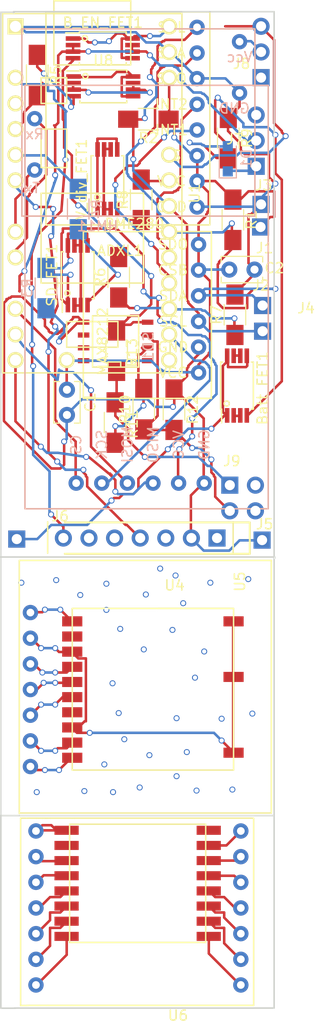
<source format=kicad_pcb>
(kicad_pcb (version 4) (host pcbnew 4.0.6)
  (layers (0 F.Cu signal) (31 B.Cu signal) (34 B.Paste user hide) (35 F.Paste user hide) (36 B.SilkS user) (37 F.SilkS user) (38 B.Mask user hide) (39 F.Mask user hide) (44 Edge.Cuts user))
  (net 0 "")
  (net 1 +3V3)
  (net 2 GND)
  (net 3 "Net-(U1-Pad20)")
  (net 4 "Net-(U1-Pad7)")
  (net 5 "Net-(U4-Pad5)")
  (net 6 "Net-(U4-Pad6)")
  (net 7 "Net-(U4-Pad4)")
  (net 8 "Net-(U4-Pad10)")
  (net 9 "Net-(U4-Pad1)")
  (net 10 "Net-(U4-Pad9)")
  (net 11 "Net-(U1-Pad3)")
  (net 12 "Net-(U1-Pad2)")
  (net 13 "Net-(U5-Pad3)")
  (net 14 "Net-(U5-Pad5)")
  (net 15 "Net-(U6-Pad11)")
  (net 16 "Net-(U6-Pad13)")
  (net 17 "Net-(U6-Pad14)")
  (net 18 "Net-(U6-Pad15)")
  (net 19 "Net-(U6-Pad16)")
  (net 20 "Net-(U6-Pad1)")
  (net 21 "Net-(U6-Pad3)")
  (net 22 "Net-(U6-Pad10)")
  (net 23 "Net-(R3-Pad1)")
  (net 24 "Net-(R4-Pad1)")
  (net 25 "Net-(R4-Pad2)")
  (net 26 "Net-(R5-Pad1)")
  (net 27 "Net-(R5-Pad2)")
  (net 28 "Net-(U5-Pad1)")
  (net 29 "Net-(U6-Pad9)")
  (net 30 "Net-(U6-Pad12)")
  (net 31 "Net-(U6-Pad2)")
  (net 32 "Net-(U6-Pad4)")
  (net 33 "Net-(R6-Pad2)")
  (net 34 "Net-(U6-Pad5)")
  (net 35 "Net-(U6-Pad6)")
  (net 36 "Net-(U6-Pad7)")
  (net 37 +BATT)
  (net 38 "Net-(J8-Pad1)")
  (net 39 "Net-(J8-Pad3)")
  (net 40 "Net-(R6-Pad1)")
  (net 41 "Net-(R8-Pad1)")
  (net 42 "Net-(R8-Pad2)")
  (net 43 "Net-(J7-Pad3)")
  (net 44 "Net-(U1-Pad4)")
  (net 45 "Net-(U8-Pad1)")
  (net 46 "Net-(U8-Pad2)")
  (net 47 "Net-(ADXL1-Pad4)")
  (net 48 "Net-(ADXL1-Pad5)")
  (net 49 "Net-(ADXL1-Pad7)")
  (net 50 "Net-(ADXL1-Pad8)")
  (net 51 "Net-(HM11-Pad9)")
  (net 52 "Net-(HM11-Pad2)")
  (net 53 "Net-(HM11-Pad4)")
  (net 54 "Net-(J9-Pad2)")
  (net 55 "Net-(J9-Pad3)")
  (net 56 "Net-(J9-Pad4)")
  (net 57 "Net-(Batt_FET1-Pad1)")
  (net 58 "Net-(Batt_FET1-Pad2)")
  (net 59 "Net-(Batt_FET1-Pad4)")
  (net 60 "Net-(B_EN_FET1-Pad1)")
  (net 61 "Net-(B_EN_FET1-Pad2)")
  (net 62 "Net-(B_EN_FET1-Pad4)")
  (net 63 "Net-(MAX8212-Pad2)")
  (net 64 "Net-(SD1-Pad6)")
  (net 65 "Net-(SD1-Pad5)")
  (net 66 "Net-(SD1-Pad4)")
  (net 67 "Net-(SD1-Pad3)")
  (net 68 "Net-(V_div_FET1-Pad1)")
  (net 69 "Net-(V_div_FET1-Pad2)")
  (net 70 "Net-(U4-Pad11)")
  (module EbayParts:Teensy_LC (layer F.Cu) (at 131.953 50.8635 270)
    (fp_text reference U1 (at 0 -10.16 270) (layer F.SilkS))
    (fp_text value Teensy-LC)
    (pad 27 thru_hole circle (at -1.27 -7.62 270) (size 1.6 1.6) (drill 1.1) (layers *.Cu *.Mask F.SilkS) (net 42 "Net-(R8-Pad2)"))
    (pad 21 thru_hole circle (at 13.97 -7.62 270) (size 1.6 1.6) (drill 1.1) (layers *.Cu *.Mask F.SilkS) (net 65 "Net-(SD1-Pad5)"))
    (pad 20 thru_hole circle (at 16.51 -7.62 270) (size 1.6 1.6) (drill 1.1) (layers *.Cu *.Mask F.SilkS) (net 3 "Net-(U1-Pad20)"))
    (pad 16 thru_hole circle (at 16.51 2.54 270) (size 1.6 1.6) (drill 1.1) (layers *.Cu *.Mask F.SilkS) (net 1 +3V3))
    (pad 14 thru_hole circle (at 16.51 7.62 270) (size 1.6 1.6) (drill 1.1) (layers *.Cu *.Mask F.SilkS) (net 67 "Net-(SD1-Pad3)"))
    (pad 22 thru_hole circle (at 11.43 -7.62 270) (size 1.6 1.6) (drill 1.1) (layers *.Cu *.Mask F.SilkS) (net 40 "Net-(R6-Pad1)"))
    (pad 23 thru_hole circle (at 8.89 -7.62 270) (size 1.6 1.6) (drill 1.1) (layers *.Cu *.Mask F.SilkS) (net 47 "Net-(ADXL1-Pad4)"))
    (pad 24 thru_hole circle (at 6.35 -7.62 270) (size 1.6 1.6) (drill 1.1) (layers *.Cu *.Mask F.SilkS) (net 48 "Net-(ADXL1-Pad5)"))
    (pad 25 thru_hole circle (at 3.81 -7.62 270) (size 1.6 1.6) (drill 1.1) (layers *.Cu *.Mask F.SilkS) (net 49 "Net-(ADXL1-Pad7)"))
    (pad 26 thru_hole circle (at 1.27 -7.62 270) (size 1.6 1.6) (drill 1.1) (layers *.Cu *.Mask F.SilkS) (net 50 "Net-(ADXL1-Pad8)"))
    (pad 28 thru_hole circle (at -3.81 -7.62 270) (size 1.6 1.6) (drill 1.1) (layers *.Cu *.Mask F.SilkS) (net 39 "Net-(J8-Pad3)"))
    (pad 31 thru_hole circle (at -11.43 -7.62 270) (size 1.6 1.6) (drill 1.1) (layers *.Cu *.Mask F.SilkS) (net 1 +3V3))
    (pad 1 thru_hole circle (at -13.97 -7.62 270) (size 1.6 1.6) (drill 1.1) (layers *.Cu *.Mask F.SilkS) (net 2 GND))
    (pad 33 thru_hole circle (at -16.51 -7.62 270) (size 1.6 1.6) (drill 1.1) (layers *.Cu *.Mask F.SilkS) (net 60 "Net-(B_EN_FET1-Pad1)"))
    (pad 13 thru_hole circle (at 13.97 7.62 270) (size 1.6 1.6) (drill 1.1) (layers *.Cu *.Mask F.SilkS) (net 66 "Net-(SD1-Pad4)"))
    (pad 12 thru_hole circle (at 11.43 7.62 270) (size 1.6 1.6) (drill 1.1) (layers *.Cu *.Mask F.SilkS) (net 64 "Net-(SD1-Pad6)"))
    (pad 10 thru_hole circle (at 6.35 7.62 270) (size 1.6 1.6) (drill 1.1) (layers *.Cu *.Mask F.SilkS) (net 53 "Net-(HM11-Pad4)"))
    (pad 9 thru_hole circle (at 3.81 7.62 270) (size 1.6 1.6) (drill 1.1) (layers *.Cu *.Mask F.SilkS) (net 52 "Net-(HM11-Pad2)"))
    (pad 7 thru_hole circle (at -1.27 7.62 270) (size 1.6 1.6) (drill 1.1) (layers *.Cu *.Mask F.SilkS) (net 4 "Net-(U1-Pad7)"))
    (pad 6 thru_hole circle (at -3.81 7.62 270) (size 1.6 1.6) (drill 1.1) (layers *.Cu *.Mask F.SilkS) (net 25 "Net-(R4-Pad2)"))
    (pad 5 thru_hole circle (at -6.35 7.62 270) (size 1.6 1.6) (drill 1.1) (layers *.Cu *.Mask F.SilkS) (net 27 "Net-(R5-Pad2)"))
    (pad 4 thru_hole circle (at -8.89 7.62 270) (size 1.6 1.6) (drill 1.1) (layers *.Cu *.Mask F.SilkS) (net 44 "Net-(U1-Pad4)"))
    (pad 3 thru_hole circle (at -11.43 7.62 270) (size 1.6 1.6) (drill 1.1) (layers *.Cu *.Mask F.SilkS) (net 11 "Net-(U1-Pad3)"))
    (pad 1 thru_hole rect (at -16.51 7.62 270) (size 1.6 1.6) (drill 1.1) (layers *.Cu *.Mask F.SilkS) (net 2 GND))
  )
  (module EbayParts:GNS601_Breakout (layer F.Cu) (at 124.714 112.2045)
    (fp_text reference U4 (at 15.4 -22.53) (layer F.SilkS))
    (fp_text value GNS601_Breakout)
    (pad 10 thru_hole circle (at 1.1 -4.6) (size 1.524 1.524) (drill 0.762) (layers F.Cu F.Paste F.Mask) (net 8 "Net-(U4-Pad10)"))
    (pad 1 thru_hole circle (at 1.1 -19.84) (size 1.524 1.524) (drill 0.762) (layers F.Cu F.Mask) (net 9 "Net-(U4-Pad1)"))
    (pad 9 thru_hole circle (at 1.1 -7.14) (size 1.524 1.524) (drill 0.762) (layers F.Cu F.Paste F.Mask) (net 10 "Net-(U4-Pad9)"))
    (pad 6 thru_hole circle (at 1.1 -9.68) (size 1.524 1.524) (drill 0.762) (layers F.Cu F.Paste F.Mask) (net 6 "Net-(U4-Pad6)"))
    (pad 4 thru_hole circle (at 1.1 -14.76) (size 1.524 1.524) (drill 0.762) (layers F.Cu F.Paste F.Mask) (net 7 "Net-(U4-Pad4)"))
    (pad 5 thru_hole circle (at 1.1 -12.22) (size 1.524 1.524) (drill 0.762) (layers F.Cu F.Paste F.Mask) (net 5 "Net-(U4-Pad5)"))
    (pad 11 smd rect (at 21.25 -5.97) (size 2 1) (layers F.Cu F.Paste F.Mask) (net 70 "Net-(U4-Pad11)"))
    (pad 12 smd rect (at 21.25 -13.47) (size 2 1) (layers F.Cu F.Paste F.Mask) (net 70 "Net-(U4-Pad11)"))
    (pad 13 smd rect (at 21.25 -18.97) (size 2 1) (layers F.Cu F.Paste F.Mask) (net 70 "Net-(U4-Pad11)"))
    (pad 8 smd rect (at 5.25 -8.47) (size 2 1) (layers F.Cu F.Paste F.Mask) (net 70 "Net-(U4-Pad11)"))
    (pad 7 smd rect (at 5.25 -9.97) (size 2 1) (layers F.Cu F.Paste F.Mask))
    (pad 6 smd rect (at 5.25 -11.47) (size 2 1) (layers F.Cu F.Paste F.Mask) (net 6 "Net-(U4-Pad6)"))
    (pad 9 smd rect (at 5.25 -6.97) (size 2 1) (layers F.Cu F.Paste F.Mask) (net 10 "Net-(U4-Pad9)"))
    (pad 10 smd rect (at 5.25 -5.47) (size 2 1) (layers F.Cu F.Paste F.Mask) (net 8 "Net-(U4-Pad10)"))
    (pad 5 smd rect (at 5.25 -12.97) (size 2 1) (layers F.Cu F.Paste F.Mask) (net 5 "Net-(U4-Pad5)"))
    (pad 4 smd rect (at 5.25 -14.47) (size 2 1) (layers F.Cu F.Paste F.Mask) (net 7 "Net-(U4-Pad4)"))
    (pad 1 smd rect (at 5.25 -18.97) (size 2 1) (layers F.Cu F.Paste F.Mask) (net 9 "Net-(U4-Pad1)"))
    (pad 2 smd rect (at 5.25 -17.47) (size 2 1) (layers F.Cu F.Paste F.Mask))
    (pad 3 smd rect (at 5.25 -15.97) (size 2 1) (layers F.Cu F.Paste F.Mask) (net 70 "Net-(U4-Pad11)"))
    (pad "" np_thru_hole circle (at 13.75 -13.1) (size 3 3) (drill 3) (layers *.Cu *.Mask))
    (pad 3 thru_hole circle (at 1.1 -17.3) (size 1.524 1.524) (drill 0.762) (layers F.Cu F.Paste F.Mask) (net 70 "Net-(U4-Pad11)"))
  )
  (module EbayParts:ADXL345_Breakout (layer F.Cu) (at 143.6116 32.9184 180)
    (fp_text reference ADXL1 (at 8.89 -23.63 180) (layer F.SilkS))
    (fp_text value ADXL345_Breakout)
    (fp_text user SCL (at 3.81 -1.524 180) (layer F.SilkS))
    (fp_text user SDA (at 3.81 -4.064 180) (layer F.SilkS))
    (fp_text user SDO (at 3.81 -6.604 180) (layer F.SilkS))
    (fp_text user INT2 (at 3.81 -9.144 180) (layer F.SilkS))
    (fp_text user INT1 (at 3.81 -11.684 360) (layer F.SilkS))
    (fp_text user CS (at 3.81 -14.224 180) (layer F.SilkS))
    (fp_text user VCC (at 3.81 -16.764 180) (layer F.SilkS))
    (fp_text user GND (at 3.81 -19.304 180) (layer F.SilkS))
    (pad 1 thru_hole circle (at 1.27 -19.304 180) (size 1.524 1.524) (drill 0.762) (layers *.Cu *.Mask) (net 2 GND))
    (pad 2 thru_hole circle (at 1.27 -16.764 180) (size 1.524 1.524) (drill 0.762) (layers *.Cu *.Mask) (net 1 +3V3))
    (pad 3 thru_hole circle (at 1.27 -14.224 180) (size 1.524 1.524) (drill 0.762) (layers *.Cu *.Mask) (net 1 +3V3))
    (pad 4 thru_hole circle (at 1.27 -11.684 180) (size 1.524 1.524) (drill 0.762) (layers *.Cu *.Mask) (net 47 "Net-(ADXL1-Pad4)"))
    (pad 5 thru_hole circle (at 1.27 -9.144 180) (size 1.524 1.524) (drill 0.762) (layers *.Cu *.Mask) (net 48 "Net-(ADXL1-Pad5)"))
    (pad 6 thru_hole circle (at 1.27 -6.604 180) (size 1.524 1.524) (drill 0.762) (layers *.Cu *.Mask) (net 2 GND))
    (pad 7 thru_hole circle (at 1.27 -4.064 180) (size 1.524 1.524) (drill 0.762) (layers *.Cu *.Mask) (net 49 "Net-(ADXL1-Pad7)"))
    (pad 8 thru_hole circle (at 1.27 -1.524 180) (size 1.524 1.524) (drill 0.762) (layers *.Cu *.Mask) (net 50 "Net-(ADXL1-Pad8)"))
  )
  (module EbayParts:Pin_Header_Angled_1x07_Pitch2.54mm (layer F.Cu) (at 144.3228 84.9884 270)
    (fp_text reference U5 (at 4.315 -2.27 270) (layer F.SilkS))
    (fp_text value "GPS Connector")
    (pad 1 thru_hole rect (at 0 0 270) (size 1.7 1.7) (drill 1) (layers *.Cu *.Mask) (net 28 "Net-(U5-Pad1)"))
    (pad 2 thru_hole oval (at 0 2.54 270) (size 1.7 1.7) (drill 1) (layers *.Cu *.Mask) (net 2 GND))
    (pad 3 thru_hole oval (at 0 5.08 270) (size 1.7 1.7) (drill 1) (layers *.Cu *.Mask) (net 13 "Net-(U5-Pad3)"))
    (pad 4 thru_hole oval (at 0 7.62 270) (size 1.7 1.7) (drill 1) (layers *.Cu *.Mask) (net 4 "Net-(U1-Pad7)"))
    (pad 5 thru_hole oval (at 0 10.16 270) (size 1.7 1.7) (drill 1) (layers *.Cu *.Mask) (net 14 "Net-(U5-Pad5)"))
    (pad 6 thru_hole oval (at 0 12.7 270) (size 1.7 1.7) (drill 1) (layers *.Cu *.Mask) (net 12 "Net-(U1-Pad2)"))
    (pad 7 thru_hole oval (at 0 15.24 270) (size 1.7 1.7) (drill 1) (layers *.Cu *.Mask) (net 11 "Net-(U1-Pad3)"))
  )
  (module EbayParts:HM-11_Breakout (layer F.Cu) (at 147.955 112.7125 180)
    (fp_text reference U6 (at 7.5 -19.532 180) (layer F.SilkS))
    (fp_text value HM-11)
    (pad 9 thru_hole circle (at 21.59 -1.27 180) (size 1.524 1.524) (drill 0.762) (layers *.Cu *.Mask) (net 29 "Net-(U6-Pad9)"))
    (pad 11 thru_hole circle (at 21.59 -3.81 180) (size 1.524 1.524) (drill 0.762) (layers *.Cu *.Mask) (net 15 "Net-(U6-Pad11)"))
    (pad 12 thru_hole circle (at 21.59 -6.35 180) (size 1.524 1.524) (drill 0.762) (layers *.Cu *.Mask) (net 30 "Net-(U6-Pad12)"))
    (pad 13 thru_hole circle (at 21.59 -8.89 180) (size 1.524 1.524) (drill 0.762) (layers *.Cu *.Mask) (net 16 "Net-(U6-Pad13)"))
    (pad 14 thru_hole circle (at 21.59 -11.43 180) (size 1.524 1.524) (drill 0.762) (layers *.Cu *.Mask) (net 17 "Net-(U6-Pad14)"))
    (pad 15 thru_hole circle (at 21.59 -13.97 180) (size 1.524 1.524) (drill 0.762) (layers *.Cu *.Mask) (net 18 "Net-(U6-Pad15)"))
    (pad 16 thru_hole circle (at 21.59 -16.51 180) (size 1.524 1.524) (drill 0.762) (layers *.Cu *.Mask) (net 19 "Net-(U6-Pad16)"))
    (pad 1 thru_hole circle (at 1.27 -16.51 180) (size 1.524 1.524) (drill 0.762) (layers *.Cu *.Mask) (net 20 "Net-(U6-Pad1)"))
    (pad 2 thru_hole circle (at 1.27 -13.97 180) (size 1.524 1.524) (drill 0.762) (layers *.Cu *.Mask) (net 31 "Net-(U6-Pad2)"))
    (pad 3 thru_hole circle (at 1.27 -11.43 180) (size 1.524 1.524) (drill 0.762) (layers *.Cu *.Mask) (net 21 "Net-(U6-Pad3)"))
    (pad 4 thru_hole circle (at 1.27 -8.89 180) (size 1.524 1.524) (drill 0.762) (layers *.Cu *.Mask) (net 32 "Net-(U6-Pad4)"))
    (pad 5 thru_hole circle (at 1.27 -6.35 180) (size 1.524 1.524) (drill 0.762) (layers *.Cu *.Mask) (net 34 "Net-(U6-Pad5)"))
    (pad 6 thru_hole circle (at 1.27 -3.81 180) (size 1.524 1.524) (drill 0.762) (layers *.Cu *.Mask) (net 35 "Net-(U6-Pad6)"))
    (pad 8 smd rect (at 4.454 -1.2 180) (size 2.4 0.9) (layers F.Cu F.Paste F.Mask))
    (pad 7 smd rect (at 4.454 -2.7 180) (size 2.4 0.9) (layers F.Cu F.Paste F.Mask) (net 36 "Net-(U6-Pad7)"))
    (pad 6 smd rect (at 4.454 -4.2 180) (size 2.4 0.9) (layers F.Cu F.Paste F.Mask) (net 35 "Net-(U6-Pad6)"))
    (pad 5 smd rect (at 4.454 -5.7 180) (size 2.4 0.9) (layers F.Cu F.Paste F.Mask) (net 34 "Net-(U6-Pad5)"))
    (pad 4 smd rect (at 4.454 -7.2 180) (size 2.4 0.9) (layers F.Cu F.Paste F.Mask) (net 32 "Net-(U6-Pad4)"))
    (pad 3 smd rect (at 4.454 -8.7 180) (size 2.4 0.9) (layers F.Cu F.Paste F.Mask) (net 21 "Net-(U6-Pad3)"))
    (pad 2 smd rect (at 4.454 -10.2 180) (size 2.4 0.9) (layers F.Cu F.Paste F.Mask) (net 31 "Net-(U6-Pad2)"))
    (pad 1 smd rect (at 4.454 -11.7 180) (size 2.4 0.9) (layers F.Cu F.Paste F.Mask) (net 20 "Net-(U6-Pad1)"))
    (pad 16 smd rect (at 18.554 -11.7 180) (size 2.4 0.9) (layers F.Cu F.Paste F.Mask) (net 19 "Net-(U6-Pad16)"))
    (pad 15 smd rect (at 18.554 -10.2 180) (size 2.4 0.9) (layers F.Cu F.Paste F.Mask) (net 18 "Net-(U6-Pad15)"))
    (pad 14 smd rect (at 18.554 -8.7 180) (size 2.4 0.9) (layers F.Cu F.Paste F.Mask) (net 17 "Net-(U6-Pad14)"))
    (pad 13 smd rect (at 18.554 -7.2 180) (size 2.4 0.9) (layers F.Cu F.Paste F.Mask) (net 16 "Net-(U6-Pad13)"))
    (pad 12 smd rect (at 18.554 -5.7 180) (size 2.4 0.9) (layers F.Cu F.Paste F.Mask) (net 30 "Net-(U6-Pad12)"))
    (pad 11 smd rect (at 18.554 -4.2 180) (size 2.4 0.9) (layers F.Cu F.Paste F.Mask) (net 15 "Net-(U6-Pad11)"))
    (pad 10 smd rect (at 18.554 -2.7 180) (size 2.4 0.9) (layers F.Cu F.Paste F.Mask) (net 22 "Net-(U6-Pad10)"))
    (pad 7 thru_hole circle (at 1.27 -1.27 180) (size 1.524 1.524) (drill 0.762) (layers *.Cu *.Mask) (net 36 "Net-(U6-Pad7)"))
    (pad 9 smd rect (at 18.554 -1.2 180) (size 2.4 0.9) (layers F.Cu F.Paste F.Mask) (net 29 "Net-(U6-Pad9)"))
  )
  (module Resistors_SMD:R_1206_HandSoldering (layer F.Cu) (at 136.8044 51.5112 90)
    (fp_text reference R8 (at 0 -1.85 90) (layer F.SilkS))
    (fp_text value 10k)
    (pad 1 smd rect (at -2 0 90) (size 2 1.7) (layers F.Cu F.Paste F.Mask) (net 41 "Net-(R8-Pad1)"))
    (pad 2 smd rect (at 2 0 90) (size 2 1.7) (layers F.Cu F.Paste F.Mask) (net 42 "Net-(R8-Pad2)"))
  )
  (module Resistors_SMD:R_1206_HandSoldering (layer F.Cu) (at 145.4404 45.4152 270)
    (fp_text reference R9 (at 0 -1.85 270) (layer F.SilkS))
    (fp_text value 100k)
    (pad 1 smd rect (at -2 0 270) (size 2 1.7) (layers F.Cu F.Paste F.Mask) (net 2 GND))
    (pad 2 smd rect (at 2 0 270) (size 2 1.7) (layers F.Cu F.Paste F.Mask) (net 59 "Net-(Batt_FET1-Pad4)"))
  )
  (module Capacitors_THT:C_Rect_L4.0mm_W2.5mm_P2.50mm (layer F.Cu) (at 129.4384 70.3072 270)
    (fp_text reference C1 (at 1.25 -2.31 270) (layer F.SilkS))
    (fp_text value C)
    (pad 1 thru_hole circle (at 0 0 270) (size 1.6 1.6) (drill 0.8) (layers *.Cu *.Mask) (net 1 +3V3))
    (pad 2 thru_hole circle (at 2.5 0 270) (size 1.6 1.6) (drill 0.8) (layers *.Cu *.Mask) (net 2 GND))
  )
  (module Capacitors_THT:C_Rect_L4.0mm_W2.5mm_P2.50mm (layer F.Cu) (at 145.542 58.42)
    (fp_text reference C2 (at 4.4704 -0.1524) (layer F.SilkS))
    (fp_text value C)
    (pad 1 thru_hole circle (at 0 0) (size 1.6 1.6) (drill 0.8) (layers *.Cu *.Mask) (net 1 +3V3))
    (pad 2 thru_hole circle (at 2.5 0) (size 1.6 1.6) (drill 0.8) (layers *.Cu *.Mask) (net 2 GND))
  )
  (module EbayParts:Pin_Header_1x01_Pitch2.54mm (layer F.Cu) (at 148.6408 54.2036)
    (fp_text reference J1 (at 0.4064 2.0828) (layer F.SilkS))
    (fp_text value 3.3V)
    (pad 1 thru_hole rect (at 0 0) (size 1.7 1.7) (drill 1) (layers *.Cu *.Mask) (net 1 +3V3))
  )
  (module EbayParts:Pin_Header_1x01_Pitch2.54mm (layer F.Cu) (at 148.844 61.976)
    (fp_text reference J2 (at -0.1524 -1.9812) (layer F.SilkS))
    (fp_text value SDA)
    (pad 1 thru_hole rect (at 0 0) (size 1.7 1.7) (drill 1) (layers *.Cu *.Mask) (net 49 "Net-(ADXL1-Pad7)"))
  )
  (module EbayParts:Pin_Header_1x01_Pitch2.54mm (layer F.Cu) (at 148.6916 51.9684)
    (fp_text reference J3 (at 0.254 -1.8796) (layer F.SilkS))
    (fp_text value GND)
    (pad 1 thru_hole rect (at 0 0) (size 1.7 1.7) (drill 1) (layers *.Cu *.Mask) (net 2 GND))
  )
  (module EbayParts:Pin_Header_1x01_Pitch2.54mm (layer F.Cu) (at 148.844 64.516)
    (fp_text reference J4 (at 4.315 -2.27) (layer F.SilkS))
    (fp_text value SDL)
    (pad 1 thru_hole rect (at 0 0) (size 1.7 1.7) (drill 1) (layers *.Cu *.Mask) (net 50 "Net-(ADXL1-Pad8)"))
  )
  (module EbayParts:Pin_Header_1x01_Pitch2.54mm (layer F.Cu) (at 148.7932 85.1916)
    (fp_text reference J5 (at 0.254 -1.5748) (layer F.SilkS))
    (fp_text value -Batt)
    (pad 1 thru_hole rect (at 0 0) (size 1.7 1.7) (drill 1) (layers *.Cu *.Mask) (net 2 GND))
  )
  (module EbayParts:Pin_Header_1x01_Pitch2.54mm (layer F.Cu) (at 124.46 85.09)
    (fp_text reference J6 (at 4.315 -2.27) (layer F.SilkS))
    (fp_text value +Batt)
    (pad 1 thru_hole rect (at 0 0) (size 1.7 1.7) (drill 1) (layers *.Cu *.Mask) (net 57 "Net-(Batt_FET1-Pad1)"))
  )
  (module Resistors_SMD:R_1206_HandSoldering (layer F.Cu) (at 145.8976 53.4924 270)
    (fp_text reference R1 (at 0 -1.85 270) (layer F.SilkS))
    (fp_text value R)
    (pad 1 smd rect (at -2 0 270) (size 2 1.7) (layers F.Cu F.Paste F.Mask) (net 1 +3V3))
    (pad 2 smd rect (at 2 0 270) (size 2 1.7) (layers F.Cu F.Paste F.Mask) (net 49 "Net-(ADXL1-Pad7)"))
  )
  (module Resistors_SMD:R_1206_HandSoldering (layer F.Cu) (at 137.5156 43.5356 180)
    (fp_text reference R2 (at 0 -1.85 180) (layer F.SilkS))
    (fp_text value R)
    (pad 1 smd rect (at -2 0 180) (size 2 1.7) (layers F.Cu F.Paste F.Mask) (net 1 +3V3))
    (pad 2 smd rect (at 2 0 180) (size 2 1.7) (layers F.Cu F.Paste F.Mask) (net 50 "Net-(ADXL1-Pad8)"))
  )
  (module Resistors_SMD:R_1206_HandSoldering (layer B.Cu) (at 127.3556 60.2488 270)
    (fp_text reference R3 (at 0 1.85 270) (layer B.SilkS) (effects (justify mirror)))
    (fp_text value R_Small)
    (pad 1 smd rect (at -2 0 270) (size 2 1.7) (layers B.Cu B.Paste B.Mask) (net 23 "Net-(R3-Pad1)"))
    (pad 2 smd rect (at 2 0 270) (size 2 1.7) (layers B.Cu B.Paste B.Mask) (net 2 GND))
  )
  (module Resistors_SMD:R_1206_HandSoldering (layer B.Cu) (at 130.556 52.4256 90)
    (fp_text reference R4 (at 0 1.85 90) (layer B.SilkS) (effects (justify mirror)))
    (fp_text value R_Small)
    (pad 1 smd rect (at -2 0 90) (size 2 1.7) (layers B.Cu B.Paste B.Mask) (net 24 "Net-(R4-Pad1)"))
    (pad 2 smd rect (at 2 0 90) (size 2 1.7) (layers B.Cu B.Paste B.Mask) (net 25 "Net-(R4-Pad2)"))
  )
  (module Resistors_SMD:R_1206_HandSoldering (layer F.Cu) (at 126.492 39.1668 270)
    (fp_text reference R5 (at 0 -1.85 270) (layer F.SilkS))
    (fp_text value R_Small)
    (pad 1 smd rect (at -2 0 270) (size 2 1.7) (layers F.Cu F.Paste F.Mask) (net 26 "Net-(R5-Pad1)"))
    (pad 2 smd rect (at 2 0 270) (size 2 1.7) (layers F.Cu F.Paste F.Mask) (net 27 "Net-(R5-Pad2)"))
  )
  (module Resistors_SMD:R_1206_HandSoldering (layer F.Cu) (at 134.5692 59.182 90)
    (fp_text reference R6 (at 0 -1.85 90) (layer F.SilkS))
    (fp_text value R)
    (pad 1 smd rect (at -2 0 90) (size 2 1.7) (layers F.Cu F.Paste F.Mask) (net 40 "Net-(R6-Pad1)"))
    (pad 2 smd rect (at 2 0 90) (size 2 1.7) (layers F.Cu F.Paste F.Mask) (net 33 "Net-(R6-Pad2)"))
  )
  (module Resistors_SMD:R_1206_HandSoldering (layer F.Cu) (at 146.1008 62.8904 90)
    (fp_text reference R7 (at 0 -1.85 90) (layer F.SilkS))
    (fp_text value R)
    (pad 1 smd rect (at -2 0 90) (size 2 1.7) (layers F.Cu F.Paste F.Mask) (net 40 "Net-(R6-Pad1)"))
    (pad 2 smd rect (at 2 0 90) (size 2 1.7) (layers F.Cu F.Paste F.Mask) (net 2 GND))
  )
  (module EbayParts:Pin_Header_1x03_Pitch2.54mm (layer F.Cu) (at 148.209 48.1965 180)
    (fp_text reference J7 (at 2.1082 2.6797 180) (layer F.SilkS))
    (fp_text value BattSwitch)
    (pad 1 thru_hole rect (at 0 0 180) (size 1.7 1.7) (drill 1) (layers *.Cu *.Mask) (net 58 "Net-(Batt_FET1-Pad2)"))
    (pad 2 thru_hole oval (at 0 2.54 180) (size 1.7 1.7) (drill 1) (layers *.Cu *.Mask) (net 61 "Net-(B_EN_FET1-Pad2)"))
    (pad 3 thru_hole oval (at 0 5.08 180) (size 1.7 1.7) (drill 1) (layers *.Cu *.Mask) (net 43 "Net-(J7-Pad3)"))
  )
  (module EbayParts:Pin_Header_1x03_Pitch2.54mm (layer F.Cu) (at 148.6916 39.4208 180)
    (fp_text reference J8 (at 1.9304 1.3716 180) (layer F.SilkS))
    (fp_text value HM11Switch)
    (pad 1 thru_hole rect (at 0 0 180) (size 1.7 1.7) (drill 1) (layers *.Cu *.Mask) (net 38 "Net-(J8-Pad1)"))
    (pad 2 thru_hole oval (at 0 2.54 180) (size 1.7 1.7) (drill 1) (layers *.Cu *.Mask) (net 51 "Net-(HM11-Pad9)"))
    (pad 3 thru_hole oval (at 0 5.08 180) (size 1.7 1.7) (drill 1) (layers *.Cu *.Mask) (net 39 "Net-(J8-Pad3)"))
  )
  (module Diodes_SMD:D_SOD-323_HandSoldering (layer B.Cu) (at 145.3896 47.4472 90)
    (fp_text reference D1 (at 0 1.85 90) (layer B.SilkS) (effects (justify mirror)))
    (fp_text value D_Schottky)
    (pad 1 smd rect (at -1.25 0 90) (size 1 1) (layers B.Cu B.Paste B.Mask) (net 58 "Net-(Batt_FET1-Pad2)"))
    (pad 2 smd rect (at 1.25 0 90) (size 1 1) (layers B.Cu B.Paste B.Mask) (net 59 "Net-(Batt_FET1-Pad4)"))
  )
  (module Resistors_SMD:R_1206_HandSoldering (layer F.Cu) (at 137.0584 72.2376 90)
    (fp_text reference R10 (at 0 -1.85 90) (layer F.SilkS))
    (fp_text value 1M)
    (pad 1 smd rect (at -2 0 90) (size 2 1.7) (layers F.Cu F.Paste F.Mask) (net 55 "Net-(J9-Pad3)"))
    (pad 2 smd rect (at 2 0 90) (size 2 1.7) (layers F.Cu F.Paste F.Mask) (net 63 "Net-(MAX8212-Pad2)"))
  )
  (module Resistors_SMD:R_1206_HandSoldering (layer F.Cu) (at 134.2136 73.5584 90)
    (fp_text reference R11 (at -0.1524 1.7272 90) (layer F.SilkS))
    (fp_text value 1M)
    (pad 1 smd rect (at -2 0 90) (size 2 1.7) (layers F.Cu F.Paste F.Mask) (net 63 "Net-(MAX8212-Pad2)"))
    (pad 2 smd rect (at 2 0 90) (size 2 1.7) (layers F.Cu F.Paste F.Mask) (net 61 "Net-(B_EN_FET1-Pad2)"))
  )
  (module Resistors_SMD:R_1206_HandSoldering (layer F.Cu) (at 140.0556 72.2884 270)
    (fp_text reference R12 (at 0 -1.85 270) (layer F.SilkS))
    (fp_text value 1M)
    (pad 1 smd rect (at -2 0 270) (size 2 1.7) (layers F.Cu F.Paste F.Mask) (net 2 GND))
    (pad 2 smd rect (at 2 0 270) (size 2 1.7) (layers F.Cu F.Paste F.Mask) (net 55 "Net-(J9-Pad3)"))
  )
  (module Resistors_SMD:R_1206_HandSoldering (layer F.Cu) (at 134.366 66.4464 270)
    (fp_text reference R13 (at 0.2032 -1.524 270) (layer F.SilkS))
    (fp_text value 1M)
    (pad 1 smd rect (at -2 0 270) (size 2 1.7) (layers F.Cu F.Paste F.Mask) (net 62 "Net-(B_EN_FET1-Pad4)"))
    (pad 2 smd rect (at 2 0 270) (size 2 1.7) (layers F.Cu F.Paste F.Mask) (net 61 "Net-(B_EN_FET1-Pad2)"))
  )
  (module EbayParts:Pin_Header_Angled_2x02_Pitch2.54mm (layer F.Cu) (at 145.5928 79.756)
    (fp_text reference J9 (at 0.2032 -2.3876) (layer F.SilkS))
    (fp_text value CONN_02X02)
    (pad 1 thru_hole rect (at 0 0) (size 1.7 1.7) (drill 1) (layers *.Cu *.Mask) (net 61 "Net-(B_EN_FET1-Pad2)"))
    (pad 2 thru_hole oval (at 2.54 0) (size 1.7 1.7) (drill 1) (layers *.Cu *.Mask) (net 54 "Net-(J9-Pad2)"))
    (pad 3 thru_hole oval (at 0 2.54) (size 1.7 1.7) (drill 1) (layers *.Cu *.Mask) (net 55 "Net-(J9-Pad3)"))
    (pad 4 thru_hole oval (at 2.54 2.54) (size 1.7 1.7) (drill 1) (layers *.Cu *.Mask) (net 56 "Net-(J9-Pad4)"))
  )
  (module EbayParts:BME280_Breakout (layer F.Cu) (at 131.064 71.1708)
    (fp_text reference BME280 (at 5.08 -17.28) (layer F.SilkS))
    (fp_text value BME280_Breakout)
    (fp_text user VCC (at 8.89 -2.54) (layer F.SilkS))
    (fp_text user GND (at 8.89 -5.08) (layer F.SilkS))
    (fp_text user SCL (at 8.89 -7.62) (layer F.SilkS))
    (fp_text user SDA (at 8.89 -10.16) (layer F.SilkS))
    (fp_text user CSB (at 8.89 -12.7) (layer F.SilkS))
    (fp_text user SDO (at 8.89 -15.24) (layer F.SilkS))
    (pad 1 thru_hole circle (at 11.43 -15.24) (size 1.524 1.524) (drill 0.762) (layers *.Cu *.Mask) (net 1 +3V3))
    (pad 2 thru_hole circle (at 11.43 -12.7) (size 1.524 1.524) (drill 0.762) (layers *.Cu *.Mask) (net 1 +3V3))
    (pad 3 thru_hole circle (at 11.43 -10.16) (size 1.524 1.524) (drill 0.762) (layers *.Cu *.Mask) (net 49 "Net-(ADXL1-Pad7)"))
    (pad 4 thru_hole circle (at 11.43 -7.62) (size 1.524 1.524) (drill 0.762) (layers *.Cu *.Mask) (net 50 "Net-(ADXL1-Pad8)"))
    (pad 5 thru_hole circle (at 11.43 -5.08) (size 1.524 1.524) (drill 0.762) (layers *.Cu *.Mask) (net 2 GND))
    (pad 6 thru_hole circle (at 11.43 -2.54) (size 1.524 1.524) (drill 0.762) (layers *.Cu *.Mask) (net 1 +3V3))
  )
  (module EbayParts:HM-11_BreakConns (layer B.Cu) (at 124.968 34.5948)
    (fp_text reference HM11 (at 7.5 19.532) (layer B.SilkS) (effects (justify mirror)))
    (fp_text value HM-11_BreakConns)
    (fp_text user Vcc (at 21.59 2.794) (layer B.SilkS) (effects (justify mirror)))
    (fp_text user GND (at 21.082 7.874) (layer B.SilkS) (effects (justify mirror)))
    (fp_text user Rx (at 1.27 10.414) (layer B.SilkS) (effects (justify mirror)))
    (fp_text user Tx (at 1.016 15.748) (layer B.SilkS) (effects (justify mirror)))
    (pad 9 thru_hole circle (at 21.59 1.27) (size 1.524 1.524) (drill 0.762) (layers *.Cu *.Mask) (net 51 "Net-(HM11-Pad9)"))
    (pad 12 thru_hole circle (at 21.59 6.35) (size 1.524 1.524) (drill 0.762) (layers *.Cu *.Mask) (net 2 GND))
    (pad 2 thru_hole circle (at 1.27 13.97) (size 1.524 1.524) (drill 0.762) (layers *.Cu *.Mask) (net 52 "Net-(HM11-Pad2)"))
    (pad 4 thru_hole circle (at 1.27 8.89) (size 1.524 1.524) (drill 0.762) (layers *.Cu *.Mask) (net 53 "Net-(HM11-Pad4)"))
  )
  (module EbayParts:SDCard_Breakout (layer B.Cu) (at 149.4028 40.1828 270)
    (fp_text reference SD1 (at 25.8572 11.8872 270) (layer B.SilkS) (effects (justify mirror)))
    (fp_text value SDCard_Breakout)
    (fp_text user GND (at 35.56 6.35 270) (layer B.SilkS) (effects (justify mirror)))
    (fp_text user VCC (at 35.56 8.89 270) (layer B.SilkS) (effects (justify mirror)))
    (fp_text user MISO (at 35.56 11.43 270) (layer B.SilkS) (effects (justify mirror)))
    (fp_text user MOSI (at 35.56 13.97 270) (layer B.SilkS) (effects (justify mirror)))
    (fp_text user SCK (at 35.56 16.51 270) (layer B.SilkS) (effects (justify mirror)))
    (fp_text user CS (at 35.56 19.05 270) (layer B.SilkS) (effects (justify mirror)))
    (pad 6 thru_hole circle (at 39.37 19.05 270) (size 1.524 1.524) (drill 0.762) (layers *.Cu *.Mask) (net 64 "Net-(SD1-Pad6)"))
    (pad 5 thru_hole circle (at 39.37 16.51 270) (size 1.524 1.524) (drill 0.762) (layers *.Cu *.Mask) (net 65 "Net-(SD1-Pad5)"))
    (pad 4 thru_hole circle (at 39.37 13.97 270) (size 1.524 1.524) (drill 0.762) (layers *.Cu *.Mask) (net 66 "Net-(SD1-Pad4)"))
    (pad 3 thru_hole circle (at 39.37 11.43 270) (size 1.524 1.524) (drill 0.762) (layers *.Cu *.Mask) (net 67 "Net-(SD1-Pad3)"))
    (pad 2 thru_hole circle (at 39.37 8.89 270) (size 1.524 1.524) (drill 0.762) (layers *.Cu *.Mask) (net 23 "Net-(R3-Pad1)"))
    (pad 1 thru_hole circle (at 39.37 6.35 270) (size 1.524 1.524) (drill 0.762) (layers *.Cu *.Mask) (net 2 GND))
  )
  (module EbayParts:TSSOP-8_4.4x3mm_Pitch0.65mm_custom (layer F.Cu) (at 133.4516 49.4792 90)
    (fp_text reference V_div_FET1 (at 0 -2.55 90) (layer F.SilkS))
    (fp_text value VDiv_FDW254p)
    (pad 1 smd rect (at -2.95 -0.975 90) (size 1.45 0.45) (layers F.Cu F.Paste F.Mask) (net 68 "Net-(V_div_FET1-Pad1)"))
    (pad 2 smd rect (at -2.95 -0.325 90) (size 1.45 0.45) (layers F.Cu F.Paste F.Mask) (net 69 "Net-(V_div_FET1-Pad2)"))
    (pad 2 smd rect (at -2.95 0.325 90) (size 1.45 0.45) (layers F.Cu F.Paste F.Mask) (net 69 "Net-(V_div_FET1-Pad2)"))
    (pad 4 smd rect (at -2.95 0.975 90) (size 1.45 0.45) (layers F.Cu F.Paste F.Mask) (net 41 "Net-(R8-Pad1)"))
    (pad 1 smd rect (at 2.95 0.975 90) (size 1.45 0.45) (layers F.Cu F.Paste F.Mask) (net 68 "Net-(V_div_FET1-Pad1)"))
    (pad 2 smd rect (at 2.95 0.325 90) (size 1.45 0.45) (layers F.Cu F.Paste F.Mask) (net 69 "Net-(V_div_FET1-Pad2)"))
    (pad 2 smd rect (at 2.95 -0.325 90) (size 1.45 0.45) (layers F.Cu F.Paste F.Mask) (net 69 "Net-(V_div_FET1-Pad2)"))
    (pad 1 smd rect (at 2.95 -0.975 90) (size 1.45 0.45) (layers F.Cu F.Paste F.Mask) (net 68 "Net-(V_div_FET1-Pad1)"))
  )
  (module EbayParts:TSSOP-8_4.4x3mm_Pitch0.65mm_custom (layer F.Cu) (at 146.304 69.9008 90)
    (fp_text reference Batt_FET1 (at -0.254 2.54 90) (layer F.SilkS))
    (fp_text value Batt_EnFDW254p)
    (pad 1 smd rect (at -2.95 -0.975 90) (size 1.45 0.45) (layers F.Cu F.Paste F.Mask) (net 57 "Net-(Batt_FET1-Pad1)"))
    (pad 2 smd rect (at -2.95 -0.325 90) (size 1.45 0.45) (layers F.Cu F.Paste F.Mask) (net 58 "Net-(Batt_FET1-Pad2)"))
    (pad 2 smd rect (at -2.95 0.325 90) (size 1.45 0.45) (layers F.Cu F.Paste F.Mask) (net 58 "Net-(Batt_FET1-Pad2)"))
    (pad 4 smd rect (at -2.95 0.975 90) (size 1.45 0.45) (layers F.Cu F.Paste F.Mask) (net 59 "Net-(Batt_FET1-Pad4)"))
    (pad 1 smd rect (at 2.95 0.975 90) (size 1.45 0.45) (layers F.Cu F.Paste F.Mask) (net 57 "Net-(Batt_FET1-Pad1)"))
    (pad 2 smd rect (at 2.95 0.325 90) (size 1.45 0.45) (layers F.Cu F.Paste F.Mask) (net 58 "Net-(Batt_FET1-Pad2)"))
    (pad 2 smd rect (at 2.95 -0.325 90) (size 1.45 0.45) (layers F.Cu F.Paste F.Mask) (net 58 "Net-(Batt_FET1-Pad2)"))
    (pad 1 smd rect (at 2.95 -0.975 90) (size 1.45 0.45) (layers F.Cu F.Paste F.Mask) (net 57 "Net-(Batt_FET1-Pad1)"))
  )
  (module EbayParts:TSSOP-8_4.4x3mm_Pitch0.65mm_custom (layer F.Cu) (at 132.9944 36.5252)
    (fp_text reference B_EN_FET1 (at 0 -2.55) (layer F.SilkS))
    (fp_text value Batt_En_FET)
    (pad 1 smd rect (at -2.95 -0.975) (size 1.45 0.45) (layers F.Cu F.Paste F.Mask) (net 60 "Net-(B_EN_FET1-Pad1)"))
    (pad 2 smd rect (at -2.95 -0.325) (size 1.45 0.45) (layers F.Cu F.Paste F.Mask) (net 61 "Net-(B_EN_FET1-Pad2)"))
    (pad 2 smd rect (at -2.95 0.325) (size 1.45 0.45) (layers F.Cu F.Paste F.Mask) (net 61 "Net-(B_EN_FET1-Pad2)"))
    (pad 4 smd rect (at -2.95 0.975) (size 1.45 0.45) (layers F.Cu F.Paste F.Mask) (net 62 "Net-(B_EN_FET1-Pad4)"))
    (pad 1 smd rect (at 2.95 0.975) (size 1.45 0.45) (layers F.Cu F.Paste F.Mask) (net 60 "Net-(B_EN_FET1-Pad1)"))
    (pad 2 smd rect (at 2.95 0.325) (size 1.45 0.45) (layers F.Cu F.Paste F.Mask) (net 61 "Net-(B_EN_FET1-Pad2)"))
    (pad 2 smd rect (at 2.95 -0.325) (size 1.45 0.45) (layers F.Cu F.Paste F.Mask) (net 61 "Net-(B_EN_FET1-Pad2)"))
    (pad 1 smd rect (at 2.95 -0.975) (size 1.45 0.45) (layers F.Cu F.Paste F.Mask) (net 60 "Net-(B_EN_FET1-Pad1)"))
  )
  (module EbayParts:TSSOP-8_4.4x3mm_Pitch0.65mm_custom (layer F.Cu) (at 130.5052 58.9788 90)
    (fp_text reference SD_FET1 (at 0 -2.55 90) (layer F.SilkS))
    (fp_text value SD_EN_FDW254p)
    (pad 1 smd rect (at -2.95 -0.975 90) (size 1.45 0.45) (layers F.Cu F.Paste F.Mask) (net 23 "Net-(R3-Pad1)"))
    (pad 2 smd rect (at -2.95 -0.325 90) (size 1.45 0.45) (layers F.Cu F.Paste F.Mask) (net 37 +BATT))
    (pad 2 smd rect (at -2.95 0.325 90) (size 1.45 0.45) (layers F.Cu F.Paste F.Mask) (net 37 +BATT))
    (pad 4 smd rect (at -2.95 0.975 90) (size 1.45 0.45) (layers F.Cu F.Paste F.Mask) (net 24 "Net-(R4-Pad1)"))
    (pad 1 smd rect (at 2.95 0.975 90) (size 1.45 0.45) (layers F.Cu F.Paste F.Mask) (net 23 "Net-(R3-Pad1)"))
    (pad 2 smd rect (at 2.95 0.325 90) (size 1.45 0.45) (layers F.Cu F.Paste F.Mask) (net 37 +BATT))
    (pad 2 smd rect (at 2.95 -0.325 90) (size 1.45 0.45) (layers F.Cu F.Paste F.Mask) (net 37 +BATT))
    (pad 1 smd rect (at 2.95 -0.975 90) (size 1.45 0.45) (layers F.Cu F.Paste F.Mask) (net 23 "Net-(R3-Pad1)"))
  )
  (module EbayParts:TSSOP-8_4.4x3mm_Pitch0.65mm_custom (layer F.Cu) (at 133.0452 40.2844)
    (fp_text reference U8 (at 0 -2.55) (layer F.SilkS))
    (fp_text value GPS_FDW254p)
    (pad 1 smd rect (at -2.95 -0.975) (size 1.45 0.45) (layers F.Cu F.Paste F.Mask) (net 45 "Net-(U8-Pad1)"))
    (pad 2 smd rect (at -2.95 -0.325) (size 1.45 0.45) (layers F.Cu F.Paste F.Mask) (net 46 "Net-(U8-Pad2)"))
    (pad 2 smd rect (at -2.95 0.325) (size 1.45 0.45) (layers F.Cu F.Paste F.Mask) (net 46 "Net-(U8-Pad2)"))
    (pad 4 smd rect (at -2.95 0.975) (size 1.45 0.45) (layers F.Cu F.Paste F.Mask) (net 26 "Net-(R5-Pad1)"))
    (pad 1 smd rect (at 2.95 0.975) (size 1.45 0.45) (layers F.Cu F.Paste F.Mask) (net 45 "Net-(U8-Pad1)"))
    (pad 2 smd rect (at 2.95 0.325) (size 1.45 0.45) (layers F.Cu F.Paste F.Mask) (net 46 "Net-(U8-Pad2)"))
    (pad 2 smd rect (at 2.95 -0.325) (size 1.45 0.45) (layers F.Cu F.Paste F.Mask) (net 46 "Net-(U8-Pad2)"))
    (pad 1 smd rect (at 2.95 -0.975) (size 1.45 0.45) (layers F.Cu F.Paste F.Mask) (net 45 "Net-(U8-Pad1)"))
  )
  (module EbayParts:SOIC-8-N (layer F.Cu) (at 134.2644 65.532 90)
    (fp_text reference MAX8212 (at 0 -1.27 90) (layer F.SilkS))
    (fp_text value MAX8212)
    (pad 8 smd rect (at -1.905 -3.175 90) (size 0.508 1.143) (layers F.Cu F.Paste F.Mask) (net 61 "Net-(B_EN_FET1-Pad2)"))
    (pad 7 smd rect (at -0.635 -3.175 90) (size 0.508 1.143) (layers F.Cu F.Paste F.Mask))
    (pad 6 smd rect (at 0.635 -3.175 90) (size 0.508 1.143) (layers F.Cu F.Paste F.Mask))
    (pad 5 smd rect (at 1.905 -3.175 90) (size 0.508 1.143) (layers F.Cu F.Paste F.Mask) (net 2 GND))
    (pad 4 smd rect (at 1.905 3.175 90) (size 0.508 1.143) (layers F.Cu F.Paste F.Mask) (net 62 "Net-(B_EN_FET1-Pad4)"))
    (pad 3 smd rect (at 0.635 3.175 90) (size 0.508 1.143) (layers F.Cu F.Paste F.Mask) (net 55 "Net-(J9-Pad3)"))
    (pad 2 smd rect (at -0.635 3.175 90) (size 0.508 1.143) (layers F.Cu F.Paste F.Mask) (net 63 "Net-(MAX8212-Pad2)"))
    (pad 1 smd rect (at -1.905 3.175 90) (size 0.508 1.143) (layers F.Cu F.Paste F.Mask))
  )
  (gr_line (start 124.1552 86.868) (end 122.8852 86.868) (angle 90) (layer Edge.Cuts) (width 0.15))
  (gr_line (start 122.8852 131.5212) (end 124.3584 131.5212) (angle 90) (layer Edge.Cuts) (width 0.15))
  (gr_line (start 147.574 83.439) (end 129.2225 83.439) (angle 90) (layer F.SilkS) (width 0.2))
  (gr_line (start 147.574 86.5505) (end 147.574 83.439) (angle 90) (layer F.SilkS) (width 0.2))
  (gr_line (start 129.2225 86.5505) (end 147.574 86.5505) (angle 90) (layer F.SilkS) (width 0.2))
  (gr_line (start 122.8725 112.4585) (end 124.206 112.4585) (angle 90) (layer Edge.Cuts) (width 0.15))
  (gr_line (start 124.206 32.9565) (end 124.206 32.893) (angle 90) (layer Edge.Cuts) (width 0.15))
  (gr_line (start 122.8725 32.9565) (end 124.206 32.9565) (angle 90) (layer Edge.Cuts) (width 0.15))
  (gr_line (start 149.987 131.5085) (end 149.987 112.395) (angle 90) (layer Edge.Cuts) (width 0.15))
  (gr_line (start 124.206 131.5085) (end 149.987 131.5085) (angle 90) (layer Edge.Cuts) (width 0.15))
  (gr_line (start 122.8852 112.4585) (end 122.8852 131.5085) (angle 90) (layer Edge.Cuts) (width 0.15))
  (gr_line (start 150.0505 86.868) (end 150.0505 86.995) (angle 90) (layer Edge.Cuts) (width 0.15))
  (gr_line (start 124.1425 86.868) (end 150.0505 86.868) (angle 90) (layer Edge.Cuts) (width 0.15))
  (gr_line (start 124.1425 32.893) (end 124.1425 33.02) (angle 90) (layer Edge.Cuts) (width 0.15))
  (gr_line (start 149.987 32.893) (end 124.1425 32.893) (angle 90) (layer Edge.Cuts) (width 0.15))
  (gr_line (start 149.987 112.4585) (end 149.987 32.893) (angle 90) (layer Edge.Cuts) (width 0.15))
  (gr_line (start 124.206 112.4585) (end 149.987 112.4585) (angle 90) (layer Edge.Cuts) (width 0.15))
  (gr_line (start 122.8725 32.9565) (end 122.8725 112.4585) (angle 90) (layer Edge.Cuts) (width 0.15))
  (via (at 130.7592 90.6272) (size 0.6) (drill 0.4) (layers F.Cu B.Cu) (net 0))
  (via (at 142.1384 98.806) (size 0.6) (drill 0.4) (layers F.Cu B.Cu) (net 0))
  (via (at 140.97 91.44) (size 0.6) (drill 0.4) (layers F.Cu B.Cu) (net 0))
  (via (at 140.3096 108.5596) (size 0.6) (drill 0.4) (layers F.Cu B.Cu) (net 0))
  (via (at 134.0104 110.1344) (size 0.6) (drill 0.4) (layers F.Cu B.Cu) (net 0))
  (via (at 134.5692 102.3112) (size 0.6) (drill 0.4) (layers F.Cu B.Cu) (net 0))
  (via (at 124.9172 89.408) (size 0.6) (drill 0.4) (layers F.Cu B.Cu) (net 0))
  (via (at 133.35 92.1004) (size 0.6) (drill 0.4) (layers F.Cu B.Cu) (net 0))
  (segment (start 147.4724 89.0524) (end 147.4216 89.0524) (width 0.25) (layer F.Cu) (net 0))
  (via (at 147.4216 89.0524) (size 0.6) (drill 0.4) (layers F.Cu B.Cu) (net 0))
  (via (at 137.0584 96.012) (size 0.6) (drill 0.4) (layers F.Cu B.Cu) (net 0))
  (via (at 147.828 102.362) (size 0.6) (drill 0.4) (layers F.Cu B.Cu) (net 0))
  (via (at 145.8468 109.8804) (size 0.6) (drill 0.4) (layers F.Cu B.Cu) (net 0))
  (via (at 133.1468 107.3912) (size 0.6) (drill 0.4) (layers F.Cu B.Cu) (net 0))
  (via (at 140.208 88.6968) (size 0.6) (drill 0.4) (layers F.Cu B.Cu) (net 0))
  (via (at 143.0528 96.2152) (size 0.6) (drill 0.4) (layers F.Cu B.Cu) (net 0))
  (via (at 137.2616 90.5764) (size 0.6) (drill 0.4) (layers F.Cu B.Cu) (net 0))
  (via (at 133.35 89.5096) (size 0.6) (drill 0.4) (layers F.Cu B.Cu) (net 0))
  (via (at 128.3716 89.154) (size 0.6) (drill 0.4) (layers F.Cu B.Cu) (net 0))
  (via (at 143.6624 89.408) (size 0.6) (drill 0.4) (layers F.Cu B.Cu) (net 0))
  (via (at 144.78 102.87) (size 0.6) (drill 0.4) (layers F.Cu B.Cu) (net 0))
  (via (at 141.3256 106.172) (size 0.6) (drill 0.4) (layers F.Cu B.Cu) (net 0))
  (via (at 136.652 109.6772) (size 0.6) (drill 0.4) (layers F.Cu B.Cu) (net 0))
  (via (at 142.2908 109.982) (size 0.6) (drill 0.4) (layers F.Cu B.Cu) (net 0))
  (via (at 126.4412 110.1344) (size 0.6) (drill 0.4) (layers F.Cu B.Cu) (net 0))
  (via (at 131.1656 110.0328) (size 0.6) (drill 0.4) (layers F.Cu B.Cu) (net 0))
  (via (at 133.9596 99.3648) (size 0.6) (drill 0.4) (layers F.Cu B.Cu) (net 0))
  (segment (start 133.9596 99.3648) (end 133.9088 99.3648) (width 0.25) (layer F.Cu) (net 0))
  (via (at 139.9032 94.0816) (size 0.6) (drill 0.4) (layers F.Cu B.Cu) (net 0))
  (via (at 134.7216 93.98) (size 0.6) (drill 0.4) (layers F.Cu B.Cu) (net 0))
  (via (at 137.6172 106.4768) (size 0.6) (drill 0.4) (layers F.Cu B.Cu) (net 0))
  (segment (start 137.6172 106.4768) (end 137.5664 106.4768) (width 0.25) (layer B.Cu) (net 0))
  (via (at 135.128 104.902) (size 0.6) (drill 0.4) (layers F.Cu B.Cu) (net 0))
  (via (at 140.3096 102.8192) (size 0.6) (drill 0.4) (layers F.Cu B.Cu) (net 0))
  (via (at 138.684 88.011) (size 0.6) (layers F.Cu B.Cu) (net 0))
  (segment (start 142.494 68.6308) (end 142.494 68.58) (width 0.25) (layer B.Cu) (net 1))
  (segment (start 142.494 68.58) (end 139.192 68.58) (width 0.25) (layer B.Cu) (net 1))
  (segment (start 139.192 68.58) (end 139.065 68.453) (width 0.25) (layer B.Cu) (net 1))
  (segment (start 139.065 68.453) (end 138.938 68.453) (width 0.25) (layer B.Cu) (net 1))
  (segment (start 138.938 68.453) (end 138.811 68.326) (width 0.25) (layer B.Cu) (net 1))
  (segment (start 138.811 68.326) (end 138.684 68.326) (width 0.25) (layer B.Cu) (net 1))
  (segment (start 138.684 68.326) (end 137.795 67.437) (width 0.25) (layer B.Cu) (net 1))
  (segment (start 137.795 67.437) (end 129.413 67.437) (width 0.25) (layer B.Cu) (net 1))
  (segment (start 129.413 67.437) (end 129.413 67.3735) (width 0.25) (layer B.Cu) (net 1))
  (segment (start 142.494 68.6308) (end 142.494 68.58) (width 0.25) (layer B.Cu) (net 1))
  (segment (start 129.413 67.437) (end 129.413 67.3735) (width 0.25) (layer B.Cu) (net 1))
  (segment (start 139.5156 43.5356) (end 139.573 43.561) (width 0.25) (layer F.Cu) (net 1))
  (segment (start 139.573 43.561) (end 140.081 44.069) (width 0.25) (layer F.Cu) (net 1))
  (segment (start 140.081 44.069) (end 140.081 45.339) (width 0.25) (layer F.Cu) (net 1))
  (via (at 140.081 45.339) (size 0.6) (layers F.Cu B.Cu) (net 1))
  (segment (start 140.081 45.339) (end 141.859 47.117) (width 0.25) (layer B.Cu) (net 1))
  (segment (start 141.859 47.117) (end 142.367 47.117) (width 0.25) (layer B.Cu) (net 1))
  (segment (start 142.367 47.117) (end 142.3416 47.1424) (width 0.25) (layer B.Cu) (net 1))
  (segment (start 145.8976 51.4924) (end 145.923 51.435) (width 0.25) (layer F.Cu) (net 1))
  (segment (start 145.923 51.435) (end 146.685 51.435) (width 0.25) (layer F.Cu) (net 1))
  (segment (start 146.685 51.435) (end 147.447 50.673) (width 0.25) (layer F.Cu) (net 1))
  (segment (start 147.447 50.673) (end 149.987 50.673) (width 0.25) (layer F.Cu) (net 1))
  (segment (start 149.987 50.673) (end 149.987 53.213) (width 0.25) (layer F.Cu) (net 1))
  (segment (start 149.987 53.213) (end 149.606 53.213) (width 0.25) (layer F.Cu) (net 1))
  (segment (start 149.606 53.213) (end 148.59 54.229) (width 0.25) (layer F.Cu) (net 1))
  (segment (start 148.59 54.229) (end 148.6408 54.2036) (width 0.25) (layer F.Cu) (net 1))
  (segment (start 142.3416 49.6824) (end 142.367 49.657) (width 0.25) (layer F.Cu) (net 1))
  (segment (start 142.367 49.657) (end 144.145 49.657) (width 0.25) (layer F.Cu) (net 1))
  (segment (start 144.145 49.657) (end 145.923 51.435) (width 0.25) (layer F.Cu) (net 1))
  (segment (start 145.923 51.435) (end 145.8976 51.4924) (width 0.25) (layer F.Cu) (net 1))
  (segment (start 142.494 58.4708) (end 142.494 58.42) (width 0.25) (layer F.Cu) (net 1))
  (segment (start 142.494 58.42) (end 143.637 59.563) (width 0.25) (layer F.Cu) (net 1))
  (segment (start 143.637 59.563) (end 143.637 66.548) (width 0.25) (layer F.Cu) (net 1))
  (segment (start 143.637 66.548) (end 143.51 66.675) (width 0.25) (layer F.Cu) (net 1))
  (segment (start 143.51 66.675) (end 143.51 66.802) (width 0.25) (layer F.Cu) (net 1))
  (segment (start 143.51 66.802) (end 142.494 67.818) (width 0.25) (layer F.Cu) (net 1))
  (segment (start 142.494 67.818) (end 142.494 68.6308) (width 0.25) (layer F.Cu) (net 1))
  (segment (start 142.3416 49.6824) (end 142.494 49.784) (width 0.25) (layer F.Cu) (net 1))
  (segment (start 142.494 49.784) (end 143.51 50.8) (width 0.25) (layer F.Cu) (net 1))
  (segment (start 143.51 50.8) (end 143.51 52.578) (width 0.25) (layer F.Cu) (net 1))
  (segment (start 143.51 52.578) (end 143.383 52.705) (width 0.25) (layer F.Cu) (net 1))
  (segment (start 143.383 52.705) (end 143.383 52.832) (width 0.25) (layer F.Cu) (net 1))
  (segment (start 143.383 52.832) (end 143.256 52.959) (width 0.25) (layer F.Cu) (net 1))
  (segment (start 143.256 52.959) (end 143.256 53.086) (width 0.25) (layer F.Cu) (net 1))
  (segment (start 143.256 53.086) (end 142.494 53.848) (width 0.25) (layer F.Cu) (net 1))
  (segment (start 142.494 53.848) (end 142.494 55.9308) (width 0.25) (layer F.Cu) (net 1))
  (segment (start 139.5156 43.5356) (end 139.573 43.561) (width 0.25) (layer F.Cu) (net 1))
  (segment (start 139.573 43.561) (end 139.573 39.4335) (width 0.25) (layer F.Cu) (net 1))
  (segment (start 142.494 58.4708) (end 142.494 58.42) (width 0.25) (layer B.Cu) (net 1))
  (segment (start 142.494 58.42) (end 145.542 58.42) (width 0.25) (layer B.Cu) (net 1))
  (segment (start 129.413 67.3735) (end 129.413 70.358) (width 0.25) (layer F.Cu) (net 1))
  (segment (start 129.413 70.358) (end 129.4384 70.3072) (width 0.25) (layer F.Cu) (net 1))
  (segment (start 142.494 55.9308) (end 142.494 58.4708) (width 0.25) (layer F.Cu) (net 1))
  (segment (start 142.3416 47.1424) (end 142.367 47.117) (width 0.25) (layer F.Cu) (net 1))
  (segment (start 142.367 47.117) (end 142.367 49.657) (width 0.25) (layer F.Cu) (net 1))
  (segment (start 142.367 49.657) (end 142.3416 49.6824) (width 0.25) (layer F.Cu) (net 1))
  (segment (start 129.4384 72.8072) (end 129.413 72.771) (width 0.25) (layer B.Cu) (net 2))
  (segment (start 129.413 72.771) (end 129.413 75.184) (width 0.25) (layer B.Cu) (net 2))
  (segment (start 129.413 75.184) (end 129.159 75.438) (width 0.25) (layer B.Cu) (net 2))
  (via (at 129.159 75.438) (size 0.6) (layers F.Cu B.Cu) (net 2))
  (segment (start 129.159 75.438) (end 129.159 77.724) (width 0.25) (layer F.Cu) (net 2))
  (segment (start 129.159 77.724) (end 129.032 77.851) (width 0.25) (layer F.Cu) (net 2))
  (segment (start 129.032 77.851) (end 129.032 77.978) (width 0.25) (layer F.Cu) (net 2))
  (segment (start 129.032 77.978) (end 128.905 77.978) (width 0.25) (layer F.Cu) (net 2))
  (segment (start 128.905 77.978) (end 128.778 78.105) (width 0.25) (layer F.Cu) (net 2))
  (segment (start 128.778 78.105) (end 127.889 78.105) (width 0.25) (layer F.Cu) (net 2))
  (segment (start 127.889 78.105) (end 123.19 73.406) (width 0.25) (layer F.Cu) (net 2))
  (segment (start 123.19 73.406) (end 123.19 61.722) (width 0.25) (layer F.Cu) (net 2))
  (segment (start 123.19 61.722) (end 123.444 61.468) (width 0.25) (layer F.Cu) (net 2))
  (segment (start 123.444 61.468) (end 123.444 61.341) (width 0.25) (layer F.Cu) (net 2))
  (segment (start 123.444 61.341) (end 123.571 61.341) (width 0.25) (layer F.Cu) (net 2))
  (segment (start 123.571 61.341) (end 123.698 61.214) (width 0.25) (layer F.Cu) (net 2))
  (segment (start 123.698 61.214) (end 123.825 61.214) (width 0.25) (layer F.Cu) (net 2))
  (segment (start 123.825 61.214) (end 123.952 61.087) (width 0.25) (layer F.Cu) (net 2))
  (segment (start 123.952 61.087) (end 124.968 61.087) (width 0.25) (layer F.Cu) (net 2))
  (segment (start 124.968 61.087) (end 127.254 63.373) (width 0.25) (layer F.Cu) (net 2))
  (segment (start 127.254 63.373) (end 127.254 64.008) (width 0.25) (layer F.Cu) (net 2))
  (segment (start 127.254 64.008) (end 127.635 64.389) (width 0.25) (layer F.Cu) (net 2))
  (segment (start 127.635 64.389) (end 127.635 64.516) (width 0.25) (layer F.Cu) (net 2))
  (segment (start 127.635 64.516) (end 127.762 64.643) (width 0.25) (layer F.Cu) (net 2))
  (segment (start 127.762 64.643) (end 127.889 64.643) (width 0.25) (layer F.Cu) (net 2))
  (segment (start 127.889 64.643) (end 128.016 64.77) (width 0.25) (layer F.Cu) (net 2))
  (segment (start 128.016 64.77) (end 128.524 64.77) (width 0.25) (layer F.Cu) (net 2))
  (segment (start 128.524 64.77) (end 128.651 64.643) (width 0.25) (layer F.Cu) (net 2))
  (segment (start 128.651 64.643) (end 128.778 64.643) (width 0.25) (layer F.Cu) (net 2))
  (segment (start 128.778 64.643) (end 128.778 64.516) (width 0.25) (layer F.Cu) (net 2))
  (segment (start 128.778 64.516) (end 128.905 64.516) (width 0.25) (layer F.Cu) (net 2))
  (segment (start 128.905 64.516) (end 128.905 64.389) (width 0.25) (layer F.Cu) (net 2))
  (segment (start 128.905 64.389) (end 130.048 63.246) (width 0.25) (layer F.Cu) (net 2))
  (segment (start 130.048 63.246) (end 130.048 63.119) (width 0.25) (layer F.Cu) (net 2))
  (segment (start 130.048 63.119) (end 130.556 63.119) (width 0.25) (layer F.Cu) (net 2))
  (segment (start 130.556 63.119) (end 131.064 63.627) (width 0.25) (layer F.Cu) (net 2))
  (segment (start 131.064 63.627) (end 131.0894 63.627) (width 0.25) (layer F.Cu) (net 2))
  (segment (start 131.0894 63.627) (end 130.556 63.627) (width 0.25) (layer F.Cu) (net 2))
  (segment (start 130.556 63.627) (end 128.651 65.532) (width 0.25) (layer F.Cu) (net 2))
  (via (at 128.651 65.532) (size 0.6) (layers F.Cu B.Cu) (net 2))
  (segment (start 128.651 65.532) (end 128.651 65.151) (width 0.25) (layer B.Cu) (net 2))
  (segment (start 128.651 65.151) (end 129.159 64.643) (width 0.25) (layer B.Cu) (net 2))
  (segment (start 129.159 64.643) (end 129.159 63.881) (width 0.25) (layer B.Cu) (net 2))
  (segment (start 129.159 63.881) (end 127.508 62.23) (width 0.25) (layer B.Cu) (net 2))
  (segment (start 127.508 62.23) (end 127.381 62.23) (width 0.25) (layer B.Cu) (net 2))
  (segment (start 127.381 62.23) (end 127.3556 62.2488) (width 0.25) (layer B.Cu) (net 2))
  (segment (start 139.573 36.8935) (end 139.573 36.957) (width 0.25) (layer B.Cu) (net 2))
  (segment (start 139.573 36.957) (end 138.557 35.941) (width 0.25) (layer B.Cu) (net 2))
  (segment (start 138.557 35.941) (end 137.287 35.941) (width 0.25) (layer B.Cu) (net 2))
  (segment (start 137.287 35.941) (end 136.271 34.925) (width 0.25) (layer B.Cu) (net 2))
  (segment (start 136.271 34.925) (end 125.349 34.925) (width 0.25) (layer B.Cu) (net 2))
  (segment (start 125.349 34.925) (end 124.841 34.417) (width 0.25) (layer B.Cu) (net 2))
  (segment (start 124.841 34.417) (end 124.333 34.417) (width 0.25) (layer B.Cu) (net 2))
  (segment (start 124.333 34.417) (end 124.333 34.3535) (width 0.25) (layer B.Cu) (net 2))
  (segment (start 148.6916 51.9684) (end 148.717 51.943) (width 0.25) (layer B.Cu) (net 2))
  (segment (start 148.717 51.943) (end 148.717 51.308) (width 0.25) (layer B.Cu) (net 2))
  (segment (start 148.717 51.308) (end 150.114 49.911) (width 0.25) (layer B.Cu) (net 2))
  (via (at 150.114 49.911) (size 0.6) (layers F.Cu B.Cu) (net 2))
  (segment (start 150.114 49.911) (end 149.479 49.276) (width 0.25) (layer F.Cu) (net 2))
  (segment (start 149.479 49.276) (end 149.479 46.99) (width 0.25) (layer F.Cu) (net 2))
  (segment (start 149.479 46.99) (end 147.066 46.99) (width 0.25) (layer F.Cu) (net 2))
  (segment (start 147.066 46.99) (end 146.685 46.609) (width 0.25) (layer F.Cu) (net 2))
  (segment (start 146.685 46.609) (end 146.685 45.974) (width 0.25) (layer F.Cu) (net 2))
  (segment (start 146.685 45.974) (end 145.415 44.704) (width 0.25) (layer F.Cu) (net 2))
  (segment (start 145.415 44.704) (end 145.415 43.434) (width 0.25) (layer F.Cu) (net 2))
  (segment (start 145.415 43.434) (end 145.4404 43.4152) (width 0.25) (layer F.Cu) (net 2))
  (segment (start 140.0556 70.2884) (end 140.081 70.231) (width 0.25) (layer F.Cu) (net 2))
  (segment (start 140.081 70.231) (end 143.002 73.152) (width 0.25) (layer F.Cu) (net 2))
  (segment (start 143.002 73.152) (end 143.002 79.502) (width 0.25) (layer F.Cu) (net 2))
  (segment (start 143.002 79.502) (end 143.0528 79.5528) (width 0.25) (layer F.Cu) (net 2))
  (segment (start 129.4384 72.8072) (end 129.413 72.771) (width 0.25) (layer B.Cu) (net 2))
  (segment (start 129.413 72.771) (end 130.937 71.247) (width 0.25) (layer B.Cu) (net 2))
  (segment (start 130.937 71.247) (end 137.414 71.247) (width 0.25) (layer B.Cu) (net 2))
  (segment (start 137.414 71.247) (end 138.176 72.009) (width 0.25) (layer B.Cu) (net 2))
  (segment (start 138.176 72.009) (end 139.954 72.009) (width 0.25) (layer B.Cu) (net 2))
  (via (at 139.954 72.009) (size 0.6) (layers F.Cu B.Cu) (net 2))
  (segment (start 139.954 72.009) (end 140.081 71.882) (width 0.25) (layer F.Cu) (net 2))
  (segment (start 140.081 71.882) (end 140.081 70.231) (width 0.25) (layer F.Cu) (net 2))
  (segment (start 140.081 70.231) (end 140.0556 70.2884) (width 0.25) (layer F.Cu) (net 2))
  (segment (start 142.3416 39.5224) (end 142.24 39.37) (width 0.25) (layer B.Cu) (net 2))
  (segment (start 142.24 39.37) (end 139.827 36.957) (width 0.25) (layer B.Cu) (net 2))
  (segment (start 139.827 36.957) (end 139.573 36.957) (width 0.25) (layer B.Cu) (net 2))
  (segment (start 139.573 36.957) (end 139.573 36.8935) (width 0.25) (layer B.Cu) (net 2))
  (segment (start 140.0556 70.2884) (end 140.081 70.231) (width 0.25) (layer F.Cu) (net 2))
  (segment (start 140.081 70.231) (end 141.351 68.961) (width 0.25) (layer F.Cu) (net 2))
  (segment (start 141.351 68.961) (end 141.351 68.199) (width 0.25) (layer F.Cu) (net 2))
  (segment (start 141.351 68.199) (end 141.478 68.072) (width 0.25) (layer F.Cu) (net 2))
  (segment (start 141.478 68.072) (end 141.478 67.945) (width 0.25) (layer F.Cu) (net 2))
  (segment (start 141.478 67.945) (end 141.986 67.437) (width 0.25) (layer F.Cu) (net 2))
  (segment (start 141.986 67.437) (end 141.986 67.31) (width 0.25) (layer F.Cu) (net 2))
  (segment (start 141.986 67.31) (end 142.494 66.802) (width 0.25) (layer F.Cu) (net 2))
  (segment (start 142.494 66.802) (end 142.494 66.0908) (width 0.25) (layer F.Cu) (net 2))
  (segment (start 146.1008 60.8904) (end 146.05 60.833) (width 0.25) (layer F.Cu) (net 2))
  (segment (start 146.05 60.833) (end 148.082 58.801) (width 0.25) (layer F.Cu) (net 2))
  (segment (start 148.082 58.801) (end 148.082 58.42) (width 0.25) (layer F.Cu) (net 2))
  (segment (start 148.082 58.42) (end 148.042 58.42) (width 0.25) (layer F.Cu) (net 2))
  (segment (start 143.0528 79.5528) (end 142.875 79.629) (width 0.25) (layer F.Cu) (net 2))
  (segment (start 142.875 79.629) (end 141.732 80.772) (width 0.25) (layer F.Cu) (net 2))
  (segment (start 141.732 80.772) (end 141.732 84.963) (width 0.25) (layer F.Cu) (net 2))
  (segment (start 141.732 84.963) (end 141.7828 84.9884) (width 0.25) (layer F.Cu) (net 2))
  (segment (start 146.558 40.9448) (end 146.558 40.894) (width 0.25) (layer B.Cu) (net 2))
  (segment (start 146.558 40.894) (end 145.161 39.497) (width 0.25) (layer B.Cu) (net 2))
  (segment (start 145.161 39.497) (end 142.367 39.497) (width 0.25) (layer B.Cu) (net 2))
  (segment (start 142.367 39.497) (end 142.3416 39.5224) (width 0.25) (layer B.Cu) (net 2))
  (segment (start 148.042 58.42) (end 148.082 58.42) (width 0.25) (layer F.Cu) (net 2))
  (segment (start 148.082 58.42) (end 147.447 57.785) (width 0.25) (layer F.Cu) (net 2))
  (segment (start 147.447 57.785) (end 147.447 52.959) (width 0.25) (layer F.Cu) (net 2))
  (segment (start 147.447 52.959) (end 147.701 52.959) (width 0.25) (layer F.Cu) (net 2))
  (segment (start 147.701 52.959) (end 148.6916 51.9684) (width 0.25) (layer F.Cu) (net 2))
  (segment (start 141.7828 84.9884) (end 141.732 84.963) (width 0.25) (layer B.Cu) (net 2))
  (segment (start 141.732 84.963) (end 143.002 86.233) (width 0.25) (layer B.Cu) (net 2))
  (segment (start 143.002 86.233) (end 145.542 86.233) (width 0.25) (layer B.Cu) (net 2))
  (segment (start 145.542 86.233) (end 146.558 85.217) (width 0.25) (layer B.Cu) (net 2))
  (segment (start 146.558 85.217) (end 148.844 85.217) (width 0.25) (layer B.Cu) (net 2))
  (segment (start 148.844 85.217) (end 148.7932 85.1916) (width 0.25) (layer B.Cu) (net 2))
  (segment (start 148.6916 51.9684) (end 148.463 52.197) (width 0.25) (layer B.Cu) (net 2))
  (segment (start 148.463 52.197) (end 142.367 52.197) (width 0.25) (layer B.Cu) (net 2))
  (segment (start 142.367 52.197) (end 142.3416 52.2224) (width 0.25) (layer B.Cu) (net 2))
  (segment (start 145.4404 43.4152) (end 145.415 43.434) (width 0.25) (layer F.Cu) (net 2))
  (segment (start 145.415 43.434) (end 146.558 42.291) (width 0.25) (layer F.Cu) (net 2))
  (segment (start 146.558 42.291) (end 146.558 40.9448) (width 0.25) (layer F.Cu) (net 2))
  (segment (start 135.763 34.417) (end 124.333 34.417) (width 0.25) (layer B.Cu) (net 2))
  (segment (start 124.333 34.417) (end 124.333 34.3535) (width 0.25) (layer B.Cu) (net 2))
  (segment (start 127.762 55.3212) (end 127.762 55.2196) (width 0.25) (layer F.Cu) (net 4))
  (segment (start 128.501645 62.029268) (end 127.762 55.3212) (width 0.25) (layer F.Cu) (net 4))
  (segment (start 126.3396 52.2224) (end 124.333 50.2158) (width 0.25) (layer B.Cu) (net 4))
  (via (at 126.3396 52.2224) (size 0.6) (drill 0.4) (layers F.Cu B.Cu) (net 4))
  (segment (start 127.8636 52.2224) (end 126.3396 52.2224) (width 0.25) (layer F.Cu) (net 4))
  (segment (start 128.0668 52.4256) (end 127.8636 52.2224) (width 0.25) (layer F.Cu) (net 4))
  (via (at 128.0668 52.4256) (size 0.6) (drill 0.4) (layers F.Cu B.Cu) (net 4))
  (segment (start 128.0668 54.9148) (end 128.0668 52.4256) (width 0.25) (layer B.Cu) (net 4))
  (segment (start 127.8636 55.118) (end 128.0668 54.9148) (width 0.25) (layer B.Cu) (net 4))
  (via (at 127.8636 55.118) (size 0.6) (drill 0.4) (layers F.Cu B.Cu) (net 4))
  (segment (start 127.762 55.2196) (end 127.8636 55.118) (width 0.25) (layer F.Cu) (net 4))
  (segment (start 124.333 50.2158) (end 124.333 49.5935) (width 0.25) (layer B.Cu) (net 4))
  (segment (start 128.4732 64.516) (end 128.4732 64.262) (width 0.25) (layer B.Cu) (net 4))
  (segment (start 127.841245 63.630045) (end 128.501645 62.029268) (width 0.25) (layer F.Cu) (net 4))
  (segment (start 128.27 64.0588) (end 127.841245 63.630045) (width 0.25) (layer F.Cu) (net 4))
  (via (at 128.27 64.0588) (size 0.6) (drill 0.4) (layers F.Cu B.Cu) (net 4))
  (segment (start 128.4732 64.262) (end 128.27 64.0588) (width 0.25) (layer B.Cu) (net 4))
  (segment (start 127.6096 66.548) (end 127.6096 65.3796) (width 0.25) (layer B.Cu) (net 4))
  (via (at 131.064 78.232) (size 0.6) (layers F.Cu B.Cu) (net 4))
  (segment (start 131.064 78.486) (end 131.064 78.232) (width 0.25) (layer F.Cu) (net 4))
  (segment (start 131.318 78.74) (end 131.064 78.486) (width 0.25) (layer F.Cu) (net 4))
  (segment (start 131.318 78.867) (end 131.318 78.74) (width 0.25) (layer F.Cu) (net 4))
  (segment (start 131.445 78.994) (end 131.318 78.867) (width 0.25) (layer F.Cu) (net 4))
  (segment (start 131.445 79.883) (end 131.445 78.994) (width 0.25) (layer F.Cu) (net 4))
  (segment (start 135.255 83.693) (end 131.445 79.883) (width 0.25) (layer F.Cu) (net 4))
  (segment (start 135.382 83.693) (end 135.255 83.693) (width 0.25) (layer F.Cu) (net 4))
  (segment (start 136.652 84.963) (end 135.382 83.693) (width 0.25) (layer F.Cu) (net 4))
  (via (at 127.6096 66.548) (size 0.6) (drill 0.4) (layers F.Cu B.Cu) (net 4))
  (segment (start 127.6096 76.5556) (end 127.6096 66.548) (width 0.25) (layer F.Cu) (net 4))
  (segment (start 128.4732 77.4192) (end 127.6096 76.5556) (width 0.25) (layer F.Cu) (net 4))
  (via (at 128.4732 77.4192) (size 0.6) (drill 0.4) (layers F.Cu B.Cu) (net 4))
  (segment (start 129.286 78.232) (end 128.4732 77.4192) (width 0.25) (layer B.Cu) (net 4))
  (segment (start 131.064 78.232) (end 129.286 78.232) (width 0.25) (layer B.Cu) (net 4))
  (segment (start 127.6096 65.3796) (end 128.4732 64.516) (width 0.25) (layer B.Cu) (net 4))
  (segment (start 128.4732 64.516) (end 128.524 64.4652) (width 0.25) (layer B.Cu) (net 4))
  (segment (start 128.503445 62.045593) (end 128.501645 62.029268) (width 0.25) (layer F.Cu) (net 4))
  (segment (start 136.7028 84.9884) (end 136.652 84.963) (width 0.25) (layer F.Cu) (net 4))
  (segment (start 124.333 49.657) (end 124.333 49.5935) (width 0.25) (layer B.Cu) (net 4))
  (segment (start 125.814 99.9845) (end 125.857 99.949) (width 0.25) (layer F.Cu) (net 5))
  (segment (start 125.857 99.949) (end 126.492 99.949) (width 0.25) (layer F.Cu) (net 5))
  (segment (start 126.492 99.949) (end 127.127 99.314) (width 0.25) (layer F.Cu) (net 5))
  (via (at 127.127 99.314) (size 0.6) (layers F.Cu B.Cu) (net 5))
  (segment (start 127.127 99.314) (end 128.27 99.314) (width 0.25) (layer B.Cu) (net 5))
  (via (at 128.27 99.314) (size 0.6) (layers F.Cu B.Cu) (net 5))
  (segment (start 128.27 99.314) (end 129.794 99.314) (width 0.25) (layer F.Cu) (net 5))
  (segment (start 129.794 99.314) (end 129.921 99.187) (width 0.25) (layer F.Cu) (net 5))
  (segment (start 129.921 99.187) (end 129.964 99.2345) (width 0.25) (layer F.Cu) (net 5))
  (segment (start 129.964 100.7345) (end 129.921 100.711) (width 0.25) (layer F.Cu) (net 6))
  (segment (start 129.921 100.711) (end 129.032 100.711) (width 0.25) (layer F.Cu) (net 6))
  (segment (start 129.032 100.711) (end 128.27 101.473) (width 0.25) (layer F.Cu) (net 6))
  (via (at 128.27 101.473) (size 0.6) (layers F.Cu B.Cu) (net 6))
  (segment (start 128.27 101.473) (end 126.873 101.473) (width 0.25) (layer B.Cu) (net 6))
  (via (at 126.873 101.473) (size 0.6) (layers F.Cu B.Cu) (net 6))
  (segment (start 126.873 101.473) (end 125.857 102.489) (width 0.25) (layer F.Cu) (net 6))
  (segment (start 125.857 102.489) (end 125.814 102.5245) (width 0.25) (layer F.Cu) (net 6))
  (segment (start 125.814 97.4445) (end 125.857 97.409) (width 0.25) (layer F.Cu) (net 7))
  (segment (start 125.857 97.409) (end 126.111 97.409) (width 0.25) (layer F.Cu) (net 7))
  (segment (start 126.111 97.409) (end 127 98.298) (width 0.25) (layer F.Cu) (net 7))
  (via (at 127 98.298) (size 0.6) (layers F.Cu B.Cu) (net 7))
  (segment (start 127 98.298) (end 128.27 98.298) (width 0.25) (layer B.Cu) (net 7))
  (via (at 128.27 98.298) (size 0.6) (layers F.Cu B.Cu) (net 7))
  (segment (start 128.27 98.298) (end 129.413 98.298) (width 0.25) (layer F.Cu) (net 7))
  (segment (start 129.413 98.298) (end 129.921 97.79) (width 0.25) (layer F.Cu) (net 7))
  (segment (start 129.921 97.79) (end 129.964 97.7345) (width 0.25) (layer F.Cu) (net 7))
  (segment (start 129.964 106.7345) (end 129.921 106.68) (width 0.25) (layer F.Cu) (net 8))
  (segment (start 129.921 106.68) (end 128.651 107.95) (width 0.25) (layer F.Cu) (net 8))
  (via (at 128.651 107.95) (size 0.6) (layers F.Cu B.Cu) (net 8))
  (segment (start 128.651 107.95) (end 127.254 107.95) (width 0.25) (layer B.Cu) (net 8))
  (via (at 127.254 107.95) (size 0.6) (layers F.Cu B.Cu) (net 8))
  (segment (start 127.254 107.95) (end 126.238 107.95) (width 0.25) (layer F.Cu) (net 8))
  (segment (start 126.238 107.95) (end 125.857 107.569) (width 0.25) (layer F.Cu) (net 8))
  (segment (start 125.857 107.569) (end 125.814 107.6045) (width 0.25) (layer F.Cu) (net 8))
  (segment (start 125.814 92.3645) (end 125.857 92.329) (width 0.25) (layer F.Cu) (net 9))
  (segment (start 125.857 92.329) (end 127 92.329) (width 0.25) (layer F.Cu) (net 9))
  (segment (start 127 92.329) (end 127.254 92.075) (width 0.25) (layer F.Cu) (net 9))
  (via (at 127.254 92.075) (size 0.6) (layers F.Cu B.Cu) (net 9))
  (segment (start 127.254 92.075) (end 128.778 92.075) (width 0.25) (layer B.Cu) (net 9))
  (via (at 128.778 92.075) (size 0.6) (layers F.Cu B.Cu) (net 9))
  (segment (start 128.778 92.075) (end 129.921 93.218) (width 0.25) (layer F.Cu) (net 9))
  (segment (start 129.921 93.218) (end 129.964 93.2345) (width 0.25) (layer F.Cu) (net 9))
  (segment (start 125.814 105.0645) (end 125.857 105.029) (width 0.25) (layer F.Cu) (net 10))
  (segment (start 125.857 105.029) (end 126.873 106.045) (width 0.25) (layer F.Cu) (net 10))
  (via (at 126.873 106.045) (size 0.6) (layers F.Cu B.Cu) (net 10))
  (segment (start 126.873 106.045) (end 128.27 106.045) (width 0.25) (layer B.Cu) (net 10))
  (via (at 128.27 106.045) (size 0.6) (layers F.Cu B.Cu) (net 10))
  (segment (start 128.27 106.045) (end 128.524 105.791) (width 0.25) (layer F.Cu) (net 10))
  (segment (start 128.524 105.791) (end 129.413 105.791) (width 0.25) (layer F.Cu) (net 10))
  (segment (start 129.413 105.791) (end 129.921 105.283) (width 0.25) (layer F.Cu) (net 10))
  (segment (start 129.921 105.283) (end 129.964 105.2345) (width 0.25) (layer F.Cu) (net 10))
  (segment (start 127.7112 78.3844) (end 127.7112 82.4992) (width 0.25) (layer B.Cu) (net 11))
  (segment (start 125.984 60.2996) (end 125.984 65.8368) (width 0.25) (layer B.Cu) (net 11))
  (via (at 125.984 65.8368) (size 0.6) (drill 0.4) (layers F.Cu B.Cu) (net 11))
  (segment (start 125.984 65.8368) (end 125.984 67.8688) (width 0.25) (layer F.Cu) (net 11))
  (segment (start 125.984 67.8688) (end 126.0856 67.9704) (width 0.25) (layer F.Cu) (net 11))
  (via (at 126.0856 67.9704) (size 0.6) (drill 0.4) (layers F.Cu B.Cu) (net 11))
  (segment (start 126.0856 67.9704) (end 126.0856 74.93) (width 0.25) (layer B.Cu) (net 11))
  (segment (start 126.0856 74.93) (end 126.0856 76.7588) (width 0.25) (layer B.Cu) (net 11))
  (segment (start 126.0856 76.7588) (end 127.7112 78.3844) (width 0.25) (layer B.Cu) (net 11))
  (segment (start 125.9332 60.2488) (end 125.984 60.2996) (width 0.25) (layer B.Cu) (net 11))
  (segment (start 129.0828 83.8708) (end 129.0828 84.9884) (width 0.25) (layer F.Cu) (net 11))
  (segment (start 127.8636 82.6516) (end 129.0828 83.8708) (width 0.25) (layer F.Cu) (net 11))
  (via (at 127.8636 82.6516) (size 0.6) (drill 0.4) (layers F.Cu B.Cu) (net 11))
  (segment (start 127.7112 82.4992) (end 127.8636 82.6516) (width 0.25) (layer B.Cu) (net 11))
  (segment (start 126.553031 54.949288) (end 125.9332 56.8452) (width 0.25) (layer F.Cu) (net 11))
  (segment (start 129.286 42.8752) (end 129.286 47.5488) (width 0.25) (layer B.Cu) (net 11))
  (via (at 129.286 47.5488) (size 0.6) (drill 0.4) (layers F.Cu B.Cu) (net 11))
  (segment (start 129.286 47.5488) (end 128.889831 52.561688) (width 0.25) (layer F.Cu) (net 11))
  (segment (start 128.889831 52.561688) (end 128.889831 52.612488) (width 0.25) (layer F.Cu) (net 11))
  (segment (start 128.889831 52.612488) (end 126.553031 54.949288) (width 0.25) (layer F.Cu) (net 11))
  (segment (start 124.333 39.4335) (end 124.9807 40.0812) (width 0.25) (layer B.Cu) (net 11))
  (segment (start 128.1684 41.5544) (end 129.3876 42.7736) (width 0.25) (layer B.Cu) (net 11))
  (segment (start 128.1684 41.4528) (end 128.1684 41.5544) (width 0.25) (layer B.Cu) (net 11))
  (segment (start 128.1684 40.7416) (end 128.1684 41.4528) (width 0.25) (layer B.Cu) (net 11))
  (segment (start 127.5588 40.7416) (end 128.1684 40.7416) (width 0.25) (layer B.Cu) (net 11))
  (segment (start 127.5588 40.0812) (end 127.5588 40.7416) (width 0.25) (layer B.Cu) (net 11))
  (segment (start 124.9807 40.0812) (end 127.5588 40.0812) (width 0.25) (layer B.Cu) (net 11))
  (segment (start 129.3876 42.7736) (end 129.286 42.8752) (width 0.25) (layer B.Cu) (net 11))
  (segment (start 125.9332 60.198) (end 125.8824 60.1472) (width 0.25) (layer B.Cu) (net 11))
  (segment (start 125.9332 60.2488) (end 125.9332 60.198) (width 0.25) (layer B.Cu) (net 11))
  (via (at 125.9332 60.2488) (size 0.6) (drill 0.4) (layers F.Cu B.Cu) (net 11))
  (segment (start 125.9332 56.8452) (end 125.9332 60.2488) (width 0.25) (layer F.Cu) (net 11))
  (segment (start 124.333 39.4335) (end 124.333 39.497) (width 0.25) (layer B.Cu) (net 11))
  (segment (start 129.032 84.963) (end 129.0828 84.9884) (width 0.25) (layer F.Cu) (net 11))
  (segment (start 129.401 116.9125) (end 129.413 116.967) (width 0.25) (layer F.Cu) (net 15))
  (segment (start 129.413 116.967) (end 126.746 116.967) (width 0.25) (layer F.Cu) (net 15))
  (segment (start 126.746 116.967) (end 126.365 116.586) (width 0.25) (layer F.Cu) (net 15))
  (segment (start 126.365 116.586) (end 126.365 116.5225) (width 0.25) (layer F.Cu) (net 15))
  (segment (start 126.365 121.6025) (end 126.365 121.666) (width 0.25) (layer F.Cu) (net 16))
  (segment (start 126.365 121.666) (end 126.619 121.666) (width 0.25) (layer F.Cu) (net 16))
  (segment (start 126.619 121.666) (end 127.762 120.523) (width 0.25) (layer F.Cu) (net 16))
  (segment (start 127.762 120.523) (end 128.778 120.523) (width 0.25) (layer F.Cu) (net 16))
  (segment (start 128.778 120.523) (end 129.413 119.888) (width 0.25) (layer F.Cu) (net 16))
  (segment (start 129.413 119.888) (end 129.401 119.9125) (width 0.25) (layer F.Cu) (net 16))
  (segment (start 126.365 124.1425) (end 126.365 124.206) (width 0.25) (layer F.Cu) (net 17))
  (segment (start 126.365 124.206) (end 127.762 122.809) (width 0.25) (layer F.Cu) (net 17))
  (segment (start 127.762 122.809) (end 127.762 122.047) (width 0.25) (layer F.Cu) (net 17))
  (segment (start 127.762 122.047) (end 128.778 122.047) (width 0.25) (layer F.Cu) (net 17))
  (segment (start 128.778 122.047) (end 129.413 121.412) (width 0.25) (layer F.Cu) (net 17))
  (segment (start 129.413 121.412) (end 129.401 121.4125) (width 0.25) (layer F.Cu) (net 17))
  (segment (start 126.365 126.6825) (end 126.365 126.746) (width 0.25) (layer F.Cu) (net 18))
  (segment (start 126.365 126.746) (end 127.762 125.349) (width 0.25) (layer F.Cu) (net 18))
  (segment (start 127.762 125.349) (end 127.762 123.571) (width 0.25) (layer F.Cu) (net 18))
  (segment (start 127.762 123.571) (end 128.778 123.571) (width 0.25) (layer F.Cu) (net 18))
  (segment (start 128.778 123.571) (end 129.413 122.936) (width 0.25) (layer F.Cu) (net 18))
  (segment (start 129.413 122.936) (end 129.401 122.9125) (width 0.25) (layer F.Cu) (net 18))
  (segment (start 126.365 129.2225) (end 126.365 129.286) (width 0.25) (layer F.Cu) (net 19))
  (segment (start 126.365 129.286) (end 129.413 126.238) (width 0.25) (layer F.Cu) (net 19))
  (segment (start 129.413 126.238) (end 129.413 124.46) (width 0.25) (layer F.Cu) (net 19))
  (segment (start 129.413 124.46) (end 129.401 124.4125) (width 0.25) (layer F.Cu) (net 19))
  (segment (start 146.685 129.2225) (end 146.685 129.286) (width 0.25) (layer F.Cu) (net 20))
  (segment (start 146.685 129.286) (end 143.51 126.111) (width 0.25) (layer F.Cu) (net 20))
  (segment (start 143.51 126.111) (end 143.51 124.46) (width 0.25) (layer F.Cu) (net 20))
  (segment (start 143.51 124.46) (end 143.501 124.4125) (width 0.25) (layer F.Cu) (net 20))
  (segment (start 146.685 124.1425) (end 146.685 124.206) (width 0.25) (layer F.Cu) (net 21))
  (segment (start 146.685 124.206) (end 145.034 122.555) (width 0.25) (layer F.Cu) (net 21))
  (segment (start 145.034 122.555) (end 145.034 122.047) (width 0.25) (layer F.Cu) (net 21))
  (segment (start 145.034 122.047) (end 144.145 122.047) (width 0.25) (layer F.Cu) (net 21))
  (segment (start 144.145 122.047) (end 143.51 121.412) (width 0.25) (layer F.Cu) (net 21))
  (segment (start 143.51 121.412) (end 143.501 121.4125) (width 0.25) (layer F.Cu) (net 21))
  (segment (start 129.413 115.443) (end 129.401 115.4125) (width 0.25) (layer F.Cu) (net 22))
  (segment (start 129.5302 61.9288) (end 129.54 61.976) (width 0.25) (layer F.Cu) (net 23))
  (segment (start 129.54 61.976) (end 128.905 61.341) (width 0.25) (layer F.Cu) (net 23))
  (segment (start 128.905 61.341) (end 128.905 54.864) (width 0.25) (layer F.Cu) (net 23))
  (segment (start 128.905 54.864) (end 129.032 54.737) (width 0.25) (layer F.Cu) (net 23))
  (segment (start 129.032 54.737) (end 129.032 54.356) (width 0.25) (layer F.Cu) (net 23))
  (segment (start 129.032 54.356) (end 134.366 54.356) (width 0.25) (layer F.Cu) (net 23))
  (segment (start 134.366 54.356) (end 137.033 57.023) (width 0.25) (layer F.Cu) (net 23))
  (segment (start 137.033 57.023) (end 137.033 60.579) (width 0.25) (layer F.Cu) (net 23))
  (via (at 137.033 60.579) (size 0.6) (layers F.Cu B.Cu) (net 23))
  (segment (start 137.033 60.579) (end 137.668 61.214) (width 0.25) (layer B.Cu) (net 23))
  (segment (start 137.668 61.214) (end 138.557 61.214) (width 0.25) (layer B.Cu) (net 23))
  (via (at 138.557 61.214) (size 0.6) (layers F.Cu B.Cu) (net 23))
  (segment (start 138.557 61.214) (end 138.43 61.341) (width 0.25) (layer F.Cu) (net 23))
  (segment (start 138.43 61.341) (end 138.43 62.865) (width 0.25) (layer F.Cu) (net 23))
  (segment (start 138.43 62.865) (end 138.684 63.119) (width 0.25) (layer F.Cu) (net 23))
  (segment (start 138.684 63.119) (end 138.684 63.5) (width 0.25) (layer F.Cu) (net 23))
  (via (at 138.684 63.5) (size 0.6) (layers F.Cu B.Cu) (net 23))
  (segment (start 138.684 63.5) (end 138.811 63.627) (width 0.25) (layer B.Cu) (net 23))
  (segment (start 138.811 63.627) (end 139.954 63.627) (width 0.25) (layer B.Cu) (net 23))
  (segment (start 139.954 63.627) (end 140.081 63.754) (width 0.25) (layer B.Cu) (net 23))
  (segment (start 140.081 63.754) (end 140.208 63.754) (width 0.25) (layer B.Cu) (net 23))
  (segment (start 140.208 63.754) (end 140.335 63.881) (width 0.25) (layer B.Cu) (net 23))
  (segment (start 140.335 63.881) (end 140.462 63.881) (width 0.25) (layer B.Cu) (net 23))
  (segment (start 140.462 63.881) (end 141.478 64.897) (width 0.25) (layer B.Cu) (net 23))
  (segment (start 141.478 64.897) (end 142.748 64.897) (width 0.25) (layer B.Cu) (net 23))
  (segment (start 142.748 64.897) (end 142.875 65.024) (width 0.25) (layer B.Cu) (net 23))
  (segment (start 142.875 65.024) (end 143.129 65.024) (width 0.25) (layer B.Cu) (net 23))
  (segment (start 143.129 65.024) (end 143.51 65.405) (width 0.25) (layer B.Cu) (net 23))
  (segment (start 143.51 65.405) (end 143.51 65.532) (width 0.25) (layer B.Cu) (net 23))
  (segment (start 143.51 65.532) (end 143.637 65.659) (width 0.25) (layer B.Cu) (net 23))
  (segment (start 143.637 65.659) (end 143.637 67.056) (width 0.25) (layer B.Cu) (net 23))
  (segment (start 143.637 67.056) (end 144.018 67.437) (width 0.25) (layer B.Cu) (net 23))
  (segment (start 144.018 67.437) (end 144.018 67.564) (width 0.25) (layer B.Cu) (net 23))
  (segment (start 144.018 67.564) (end 144.145 67.691) (width 0.25) (layer B.Cu) (net 23))
  (segment (start 144.145 67.691) (end 144.145 67.818) (width 0.25) (layer B.Cu) (net 23))
  (segment (start 144.145 67.818) (end 144.272 67.945) (width 0.25) (layer B.Cu) (net 23))
  (segment (start 144.272 67.945) (end 144.272 70.739) (width 0.25) (layer B.Cu) (net 23))
  (segment (start 144.272 70.739) (end 141.859 73.152) (width 0.25) (layer B.Cu) (net 23))
  (via (at 141.859 73.152) (size 0.6) (layers F.Cu B.Cu) (net 23))
  (segment (start 141.859 73.152) (end 141.859 74.93) (width 0.25) (layer F.Cu) (net 23))
  (via (at 141.859 74.93) (size 0.6) (layers F.Cu B.Cu) (net 23))
  (segment (start 141.859 74.93) (end 140.589 76.2) (width 0.25) (layer B.Cu) (net 23))
  (via (at 140.589 76.2) (size 0.6) (layers F.Cu B.Cu) (net 23))
  (segment (start 140.589 76.2) (end 140.462 76.327) (width 0.25) (layer F.Cu) (net 23))
  (segment (start 140.462 76.327) (end 140.462 79.502) (width 0.25) (layer F.Cu) (net 23))
  (segment (start 140.462 79.502) (end 140.5128 79.5528) (width 0.25) (layer F.Cu) (net 23))
  (segment (start 129.5302 61.9288) (end 129.54 61.976) (width 0.25) (layer F.Cu) (net 23))
  (segment (start 140.462 79.502) (end 140.5128 79.5528) (width 0.25) (layer F.Cu) (net 23))
  (segment (start 129.5302 56.0288) (end 129.54 56.007) (width 0.25) (layer F.Cu) (net 23))
  (segment (start 129.54 56.007) (end 129.54 57.15) (width 0.25) (layer F.Cu) (net 23))
  (segment (start 129.54 57.15) (end 129.794 57.404) (width 0.25) (layer F.Cu) (net 23))
  (segment (start 129.794 57.404) (end 129.794 57.531) (width 0.25) (layer F.Cu) (net 23))
  (via (at 129.794 57.531) (size 0.6) (layers F.Cu B.Cu) (net 23))
  (segment (start 129.794 57.531) (end 129.032 58.293) (width 0.25) (layer B.Cu) (net 23))
  (segment (start 129.032 58.293) (end 127.381 58.293) (width 0.25) (layer B.Cu) (net 23))
  (segment (start 127.381 58.293) (end 127.3556 58.2488) (width 0.25) (layer B.Cu) (net 23))
  (segment (start 127.3556 58.2488) (end 127.381 58.293) (width 0.25) (layer B.Cu) (net 23))
  (segment (start 127.381 58.293) (end 128.016 58.928) (width 0.25) (layer B.Cu) (net 23))
  (segment (start 128.016 58.928) (end 129.794 58.928) (width 0.25) (layer B.Cu) (net 23))
  (via (at 129.794 58.928) (size 0.6) (layers F.Cu B.Cu) (net 23))
  (segment (start 129.794 58.928) (end 129.54 59.182) (width 0.25) (layer F.Cu) (net 23))
  (segment (start 129.54 59.182) (end 129.54 61.976) (width 0.25) (layer F.Cu) (net 23))
  (segment (start 129.54 61.976) (end 129.5302 61.9288) (width 0.25) (layer F.Cu) (net 23))
  (segment (start 129.5302 56.0288) (end 129.54 56.007) (width 0.25) (layer F.Cu) (net 23))
  (segment (start 129.54 56.007) (end 129.54 54.864) (width 0.25) (layer F.Cu) (net 23))
  (segment (start 129.54 54.864) (end 131.445 54.864) (width 0.25) (layer F.Cu) (net 23))
  (segment (start 131.445 54.864) (end 131.445 56.007) (width 0.25) (layer F.Cu) (net 23))
  (segment (start 131.445 56.007) (end 131.4802 56.0288) (width 0.25) (layer F.Cu) (net 23))
  (segment (start 140.462 79.502) (end 140.5128 79.5528) (width 0.25) (layer F.Cu) (net 23))
  (segment (start 127.762 57.912) (end 127.381 58.293) (width 0.25) (layer B.Cu) (net 23))
  (segment (start 127.381 58.293) (end 127.3556 58.2488) (width 0.25) (layer B.Cu) (net 23))
  (segment (start 130.556 54.4256) (end 130.556 54.991) (width 0.25) (layer B.Cu) (net 24))
  (segment (start 130.556 54.991) (end 134.493 58.928) (width 0.25) (layer B.Cu) (net 24))
  (via (at 134.493 58.928) (size 0.6) (layers F.Cu B.Cu) (net 24))
  (segment (start 134.493 58.928) (end 134.239 58.928) (width 0.25) (layer F.Cu) (net 24))
  (segment (start 134.239 58.928) (end 131.445 61.722) (width 0.25) (layer F.Cu) (net 24))
  (segment (start 131.445 61.722) (end 131.445 61.976) (width 0.25) (layer F.Cu) (net 24))
  (segment (start 131.445 61.976) (end 131.4802 61.9288) (width 0.25) (layer F.Cu) (net 24))
  (segment (start 130.556 54.4256) (end 130.556 54.991) (width 0.25) (layer B.Cu) (net 24))
  (segment (start 130.556 50.4256) (end 130.556 50.419) (width 0.25) (layer B.Cu) (net 25))
  (segment (start 130.556 50.419) (end 127.254 47.117) (width 0.25) (layer B.Cu) (net 25))
  (segment (start 127.254 47.117) (end 124.333 47.117) (width 0.25) (layer B.Cu) (net 25))
  (segment (start 124.333 47.117) (end 124.333 47.0535) (width 0.25) (layer B.Cu) (net 25))
  (segment (start 126.492 37.1668) (end 126.492 38.354) (width 0.25) (layer F.Cu) (net 26))
  (segment (start 130.0952 42.066) (end 130.0952 41.2594) (width 0.25) (layer F.Cu) (net 26))
  (segment (start 129.8448 42.3164) (end 130.0952 42.066) (width 0.25) (layer F.Cu) (net 26))
  (via (at 129.8448 42.3164) (size 0.6) (drill 0.4) (layers F.Cu B.Cu) (net 26))
  (segment (start 129.8448 41.7068) (end 129.8448 42.3164) (width 0.25) (layer B.Cu) (net 26))
  (segment (start 127.1524 39.0144) (end 129.8448 41.7068) (width 0.25) (layer B.Cu) (net 26))
  (via (at 127.1524 39.0144) (size 0.6) (drill 0.4) (layers F.Cu B.Cu) (net 26))
  (segment (start 126.492 38.354) (end 127.1524 39.0144) (width 0.25) (layer F.Cu) (net 26))
  (segment (start 130.0952 41.2594) (end 130.048 41.275) (width 0.25) (layer F.Cu) (net 26))
  (segment (start 124.333 44.5135) (end 124.333 44.577) (width 0.25) (layer F.Cu) (net 27))
  (segment (start 124.333 44.577) (end 125.095 43.815) (width 0.25) (layer F.Cu) (net 27))
  (segment (start 125.095 43.815) (end 125.095 43.053) (width 0.25) (layer F.Cu) (net 27))
  (segment (start 125.095 43.053) (end 125.222 42.926) (width 0.25) (layer F.Cu) (net 27))
  (segment (start 125.222 42.926) (end 125.222 42.799) (width 0.25) (layer F.Cu) (net 27))
  (segment (start 125.222 42.799) (end 126.492 41.529) (width 0.25) (layer F.Cu) (net 27))
  (segment (start 126.492 41.529) (end 126.492 41.1668) (width 0.25) (layer F.Cu) (net 27))
  (segment (start 124.333 44.5135) (end 124.333 44.577) (width 0.25) (layer F.Cu) (net 27))
  (segment (start 127 41.021) (end 127 39.9476) (width 0.25) (layer F.Cu) (net 27))
  (segment (start 126.365 113.9825) (end 126.365 114.046) (width 0.25) (layer F.Cu) (net 29))
  (segment (start 126.365 114.046) (end 127 113.411) (width 0.25) (layer F.Cu) (net 29))
  (segment (start 127 113.411) (end 127.889 113.411) (width 0.25) (layer F.Cu) (net 29))
  (segment (start 127.889 113.411) (end 128.397 113.919) (width 0.25) (layer F.Cu) (net 29))
  (segment (start 128.397 113.919) (end 129.413 113.919) (width 0.25) (layer F.Cu) (net 29))
  (segment (start 129.413 113.919) (end 129.401 113.9125) (width 0.25) (layer F.Cu) (net 29))
  (segment (start 126.365 113.9825) (end 126.365 114.046) (width 0.25) (layer F.Cu) (net 29))
  (segment (start 126.365 114.046) (end 127 114.046) (width 0.25) (layer F.Cu) (net 29))
  (segment (start 129.413 113.919) (end 129.401 113.9125) (width 0.25) (layer F.Cu) (net 29))
  (segment (start 129.401 113.9125) (end 129.3945 113.919) (width 0.25) (layer F.Cu) (net 29))
  (segment (start 129.3945 113.919) (end 127.1905 113.919) (width 0.25) (layer F.Cu) (net 29))
  (segment (start 129.401 118.4125) (end 129.413 118.364) (width 0.25) (layer F.Cu) (net 30))
  (segment (start 129.413 118.364) (end 127.127 118.364) (width 0.25) (layer F.Cu) (net 30))
  (segment (start 127.127 118.364) (end 126.365 119.126) (width 0.25) (layer F.Cu) (net 30))
  (segment (start 126.365 119.126) (end 126.365 119.0625) (width 0.25) (layer F.Cu) (net 30))
  (segment (start 146.685 126.6825) (end 146.685 126.746) (width 0.25) (layer F.Cu) (net 31))
  (segment (start 146.685 126.746) (end 145.034 125.095) (width 0.25) (layer F.Cu) (net 31))
  (segment (start 145.034 125.095) (end 145.034 123.571) (width 0.25) (layer F.Cu) (net 31))
  (segment (start 145.034 123.571) (end 144.145 123.571) (width 0.25) (layer F.Cu) (net 31))
  (segment (start 144.145 123.571) (end 143.51 122.936) (width 0.25) (layer F.Cu) (net 31))
  (segment (start 143.51 122.936) (end 143.501 122.9125) (width 0.25) (layer F.Cu) (net 31))
  (segment (start 146.685 121.6025) (end 146.685 121.666) (width 0.25) (layer F.Cu) (net 32))
  (segment (start 146.685 121.666) (end 146.177 121.666) (width 0.25) (layer F.Cu) (net 32))
  (segment (start 146.177 121.666) (end 145.034 120.523) (width 0.25) (layer F.Cu) (net 32))
  (segment (start 145.034 120.523) (end 144.145 120.523) (width 0.25) (layer F.Cu) (net 32))
  (segment (start 144.145 120.523) (end 143.51 119.888) (width 0.25) (layer F.Cu) (net 32))
  (segment (start 143.51 119.888) (end 143.501 119.9125) (width 0.25) (layer F.Cu) (net 32))
  (segment (start 143.501 118.4125) (end 146.035 118.4125) (width 0.25) (layer F.Cu) (net 34))
  (segment (start 146.035 118.4125) (end 146.685 119.0625) (width 0.25) (layer F.Cu) (net 34))
  (segment (start 143.51 118.364) (end 143.501 118.4125) (width 0.25) (layer F.Cu) (net 34))
  (segment (start 143.501 116.9125) (end 146.295 116.9125) (width 0.25) (layer F.Cu) (net 35))
  (segment (start 146.295 116.9125) (end 146.685 116.5225) (width 0.25) (layer F.Cu) (net 35))
  (segment (start 146.685 116.5225) (end 146.685 116.586) (width 0.25) (layer B.Cu) (net 35))
  (segment (start 143.764 117.221) (end 143.51 116.967) (width 0.25) (layer F.Cu) (net 35))
  (segment (start 143.51 116.967) (end 143.501 116.9125) (width 0.25) (layer F.Cu) (net 35))
  (segment (start 143.501 116.9125) (end 143.51 116.967) (width 0.25) (layer F.Cu) (net 35))
  (segment (start 143.501 116.9125) (end 143.51 116.967) (width 0.25) (layer F.Cu) (net 35))
  (segment (start 143.501 115.4125) (end 145.255 115.4125) (width 0.25) (layer F.Cu) (net 36))
  (segment (start 145.255 115.4125) (end 146.685 113.9825) (width 0.25) (layer F.Cu) (net 36))
  (segment (start 143.501 115.4125) (end 143.51 115.443) (width 0.25) (layer F.Cu) (net 36))
  (segment (start 143.51 115.443) (end 143.501 115.4125) (width 0.25) (layer F.Cu) (net 36))
  (segment (start 130.8302 61.9288) (end 130.81 61.976) (width 0.25) (layer F.Cu) (net 37))
  (segment (start 130.81 61.976) (end 130.81 56.007) (width 0.25) (layer F.Cu) (net 37))
  (segment (start 130.81 56.007) (end 130.8302 56.0288) (width 0.25) (layer F.Cu) (net 37))
  (segment (start 130.8302 56.0288) (end 130.81 56.007) (width 0.25) (layer F.Cu) (net 37))
  (segment (start 130.81 56.007) (end 130.175 56.007) (width 0.25) (layer F.Cu) (net 37))
  (segment (start 130.175 56.007) (end 130.1802 56.0288) (width 0.25) (layer F.Cu) (net 37))
  (segment (start 130.8302 56.0288) (end 130.81 56.007) (width 0.25) (layer F.Cu) (net 37))
  (segment (start 130.175 56.007) (end 130.1802 56.0288) (width 0.25) (layer F.Cu) (net 37))
  (segment (start 130.1802 61.9288) (end 130.175 61.976) (width 0.25) (layer F.Cu) (net 37))
  (segment (start 130.175 61.976) (end 130.81 61.976) (width 0.25) (layer F.Cu) (net 37))
  (segment (start 130.81 61.976) (end 130.8302 61.9288) (width 0.25) (layer F.Cu) (net 37))
  (segment (start 139.573 47.0535) (end 139.573 47.117) (width 0.25) (layer B.Cu) (net 39))
  (segment (start 139.573 47.117) (end 140.716 48.26) (width 0.25) (layer B.Cu) (net 39))
  (segment (start 140.716 48.26) (end 142.875 48.26) (width 0.25) (layer B.Cu) (net 39))
  (segment (start 142.875 48.26) (end 143.129 48.006) (width 0.25) (layer B.Cu) (net 39))
  (segment (start 143.129 48.006) (end 143.256 48.006) (width 0.25) (layer B.Cu) (net 39))
  (segment (start 143.256 48.006) (end 144.145 47.117) (width 0.25) (layer B.Cu) (net 39))
  (segment (start 144.145 47.117) (end 146.304 47.117) (width 0.25) (layer B.Cu) (net 39))
  (segment (start 146.304 47.117) (end 146.558 46.863) (width 0.25) (layer B.Cu) (net 39))
  (segment (start 146.558 46.863) (end 149.479 46.863) (width 0.25) (layer B.Cu) (net 39))
  (segment (start 149.479 46.863) (end 151.13 45.212) (width 0.25) (layer B.Cu) (net 39))
  (via (at 151.13 45.212) (size 0.6) (layers F.Cu B.Cu) (net 39))
  (segment (start 151.13 45.212) (end 150.749 44.831) (width 0.25) (layer F.Cu) (net 39))
  (segment (start 150.749 44.831) (end 150.749 44.704) (width 0.25) (layer F.Cu) (net 39))
  (segment (start 150.749 44.704) (end 149.987 43.942) (width 0.25) (layer F.Cu) (net 39))
  (segment (start 149.987 43.942) (end 149.987 35.687) (width 0.25) (layer F.Cu) (net 39))
  (segment (start 149.987 35.687) (end 148.717 34.417) (width 0.25) (layer F.Cu) (net 39))
  (segment (start 148.717 34.417) (end 148.717 34.29) (width 0.25) (layer F.Cu) (net 39))
  (segment (start 148.717 34.29) (end 148.6916 34.3408) (width 0.25) (layer F.Cu) (net 39))
  (segment (start 145.1356 34.3408) (end 148.6916 34.3408) (width 0.25) (layer F.Cu) (net 39))
  (segment (start 148.717 34.417) (end 148.717 34.29) (width 0.25) (layer F.Cu) (net 39))
  (segment (start 148.717 34.29) (end 148.6916 34.3408) (width 0.25) (layer F.Cu) (net 39))
  (segment (start 139.573 62.2935) (end 139.573 62.357) (width 0.25) (layer B.Cu) (net 40))
  (segment (start 139.573 62.357) (end 142.748 62.357) (width 0.25) (layer B.Cu) (net 40))
  (segment (start 142.748 62.357) (end 142.875 62.484) (width 0.25) (layer B.Cu) (net 40))
  (segment (start 142.875 62.484) (end 143.129 62.484) (width 0.25) (layer B.Cu) (net 40))
  (segment (start 143.129 62.484) (end 143.891 63.246) (width 0.25) (layer B.Cu) (net 40))
  (segment (start 143.891 63.246) (end 146.05 63.246) (width 0.25) (layer B.Cu) (net 40))
  (via (at 146.05 63.246) (size 0.6) (layers F.Cu B.Cu) (net 40))
  (segment (start 146.05 63.246) (end 146.05 64.897) (width 0.25) (layer F.Cu) (net 40))
  (segment (start 146.05 64.897) (end 146.1008 64.8904) (width 0.25) (layer F.Cu) (net 40))
  (segment (start 139.573 62.2935) (end 139.573 62.357) (width 0.25) (layer B.Cu) (net 40))
  (segment (start 139.573 62.357) (end 139.446 62.23) (width 0.25) (layer B.Cu) (net 40))
  (segment (start 139.446 62.23) (end 136.398 62.23) (width 0.25) (layer B.Cu) (net 40))
  (via (at 136.398 62.23) (size 0.6) (layers F.Cu B.Cu) (net 40))
  (segment (start 136.398 62.23) (end 135.636 62.23) (width 0.25) (layer F.Cu) (net 40))
  (segment (start 135.636 62.23) (end 134.62 61.214) (width 0.25) (layer F.Cu) (net 40))
  (segment (start 134.62 61.214) (end 134.5692 61.182) (width 0.25) (layer F.Cu) (net 40))
  (segment (start 136.8044 53.5112) (end 136.779 53.467) (width 0.25) (layer F.Cu) (net 41))
  (segment (start 136.779 53.467) (end 135.382 53.467) (width 0.25) (layer F.Cu) (net 41))
  (segment (start 135.382 53.467) (end 134.366 52.451) (width 0.25) (layer F.Cu) (net 41))
  (segment (start 134.366 52.451) (end 134.4266 52.4292) (width 0.25) (layer F.Cu) (net 41))
  (segment (start 139.573 49.5935) (end 139.573 49.657) (width 0.25) (layer F.Cu) (net 42))
  (segment (start 139.573 49.657) (end 136.906 49.657) (width 0.25) (layer F.Cu) (net 42))
  (segment (start 136.906 49.657) (end 136.779 49.53) (width 0.25) (layer F.Cu) (net 42))
  (segment (start 136.779 49.53) (end 136.8044 49.5112) (width 0.25) (layer F.Cu) (net 42))
  (segment (start 130.0952 39.3094) (end 130.048 39.37) (width 0.25) (layer F.Cu) (net 45))
  (segment (start 130.048 39.37) (end 133.858 39.37) (width 0.25) (layer F.Cu) (net 45))
  (segment (start 133.858 39.37) (end 134.366 38.862) (width 0.25) (layer F.Cu) (net 45))
  (segment (start 134.366 38.862) (end 135.509 38.862) (width 0.25) (layer F.Cu) (net 45))
  (segment (start 135.509 38.862) (end 136.017 39.37) (width 0.25) (layer F.Cu) (net 45))
  (segment (start 136.017 39.37) (end 135.9952 39.3094) (width 0.25) (layer F.Cu) (net 45))
  (segment (start 135.9952 39.3094) (end 136.017 39.37) (width 0.25) (layer F.Cu) (net 45))
  (segment (start 136.017 39.37) (end 134.874 39.37) (width 0.25) (layer F.Cu) (net 45))
  (segment (start 134.874 39.37) (end 134.874 41.275) (width 0.25) (layer F.Cu) (net 45))
  (segment (start 134.874 41.275) (end 136.017 41.275) (width 0.25) (layer F.Cu) (net 45))
  (segment (start 136.017 41.275) (end 135.9952 41.2594) (width 0.25) (layer F.Cu) (net 45))
  (segment (start 130.0952 40.6094) (end 130.048 40.64) (width 0.25) (layer F.Cu) (net 46))
  (segment (start 130.048 40.64) (end 131.318 40.64) (width 0.25) (layer F.Cu) (net 46))
  (segment (start 131.318 40.64) (end 131.572 40.894) (width 0.25) (layer F.Cu) (net 46))
  (via (at 131.572 40.894) (size 0.6) (layers F.Cu B.Cu) (net 46))
  (segment (start 131.572 40.894) (end 137.668 40.894) (width 0.25) (layer B.Cu) (net 46))
  (via (at 137.668 40.894) (size 0.6) (layers F.Cu B.Cu) (net 46))
  (segment (start 137.668 40.894) (end 137.414 40.894) (width 0.25) (layer F.Cu) (net 46))
  (segment (start 137.414 40.894) (end 137.16 40.64) (width 0.25) (layer F.Cu) (net 46))
  (segment (start 137.16 40.64) (end 136.017 40.64) (width 0.25) (layer F.Cu) (net 46))
  (segment (start 136.017 40.64) (end 135.9952 40.6094) (width 0.25) (layer F.Cu) (net 46))
  (segment (start 130.0952 39.9594) (end 130.048 40.005) (width 0.25) (layer F.Cu) (net 46))
  (segment (start 130.048 40.005) (end 130.048 40.64) (width 0.25) (layer F.Cu) (net 46))
  (segment (start 130.048 40.64) (end 130.0952 40.6094) (width 0.25) (layer F.Cu) (net 46))
  (segment (start 135.9952 40.6094) (end 136.017 40.64) (width 0.25) (layer F.Cu) (net 46))
  (segment (start 136.017 40.64) (end 136.017 40.005) (width 0.25) (layer F.Cu) (net 46))
  (segment (start 136.017 40.005) (end 135.9952 39.9594) (width 0.25) (layer F.Cu) (net 46))
  (segment (start 142.3416 44.6024) (end 142.24 44.704) (width 0.25) (layer B.Cu) (net 47))
  (segment (start 142.24 44.704) (end 139.7 44.704) (width 0.25) (layer B.Cu) (net 47))
  (segment (start 139.7 44.704) (end 139.065 45.339) (width 0.25) (layer B.Cu) (net 47))
  (via (at 139.065 45.339) (size 0.6) (layers F.Cu B.Cu) (net 47))
  (segment (start 139.065 45.339) (end 136.652 47.752) (width 0.25) (layer F.Cu) (net 47))
  (segment (start 136.652 47.752) (end 136.652 47.879) (width 0.25) (layer F.Cu) (net 47))
  (segment (start 136.652 47.879) (end 136.398 48.133) (width 0.25) (layer F.Cu) (net 47))
  (segment (start 136.398 48.133) (end 135.509 48.133) (width 0.25) (layer F.Cu) (net 47))
  (segment (start 135.509 48.133) (end 134.239 49.403) (width 0.25) (layer F.Cu) (net 47))
  (segment (start 134.239 49.403) (end 134.239 50.038) (width 0.25) (layer F.Cu) (net 47))
  (via (at 134.239 50.038) (size 0.6) (layers F.Cu B.Cu) (net 47))
  (segment (start 134.239 50.038) (end 134.239 52.324) (width 0.25) (layer B.Cu) (net 47))
  (segment (start 134.239 52.324) (end 137.795 55.88) (width 0.25) (layer B.Cu) (net 47))
  (via (at 137.795 55.88) (size 0.6) (layers F.Cu B.Cu) (net 47))
  (segment (start 137.795 55.88) (end 138.43 56.515) (width 0.25) (layer F.Cu) (net 47))
  (segment (start 138.43 56.515) (end 138.43 57.785) (width 0.25) (layer F.Cu) (net 47))
  (segment (start 138.43 57.785) (end 138.684 58.039) (width 0.25) (layer F.Cu) (net 47))
  (segment (start 138.684 58.039) (end 138.684 58.166) (width 0.25) (layer F.Cu) (net 47))
  (segment (start 138.684 58.166) (end 139.573 59.055) (width 0.25) (layer F.Cu) (net 47))
  (segment (start 139.573 59.055) (end 139.573 59.7535) (width 0.25) (layer F.Cu) (net 47))
  (segment (start 142.3416 42.0624) (end 140.843 43.561) (width 0.25) (layer F.Cu) (net 48))
  (segment (start 140.843 43.561) (end 140.843 44.831) (width 0.25) (layer F.Cu) (net 48))
  (segment (start 140.843 44.831) (end 140.716 44.958) (width 0.25) (layer F.Cu) (net 48))
  (segment (start 140.716 44.958) (end 140.716 50.165) (width 0.25) (layer F.Cu) (net 48))
  (segment (start 140.716 50.165) (end 140.462 50.419) (width 0.25) (layer F.Cu) (net 48))
  (segment (start 140.462 50.419) (end 140.462 50.546) (width 0.25) (layer F.Cu) (net 48))
  (segment (start 140.462 50.546) (end 140.335 50.546) (width 0.25) (layer F.Cu) (net 48))
  (segment (start 140.335 50.546) (end 140.208 50.673) (width 0.25) (layer F.Cu) (net 48))
  (segment (start 140.208 50.673) (end 140.081 50.673) (width 0.25) (layer F.Cu) (net 48))
  (segment (start 140.081 50.673) (end 139.954 50.8) (width 0.25) (layer F.Cu) (net 48))
  (segment (start 139.954 50.8) (end 139.065 50.8) (width 0.25) (layer F.Cu) (net 48))
  (segment (start 139.065 50.8) (end 138.43 51.435) (width 0.25) (layer F.Cu) (net 48))
  (segment (start 138.43 51.435) (end 138.43 55.245) (width 0.25) (layer F.Cu) (net 48))
  (segment (start 138.43 55.245) (end 138.684 55.499) (width 0.25) (layer F.Cu) (net 48))
  (segment (start 138.684 55.499) (end 138.684 55.626) (width 0.25) (layer F.Cu) (net 48))
  (segment (start 138.684 55.626) (end 139.573 56.515) (width 0.25) (layer F.Cu) (net 48))
  (segment (start 139.573 56.515) (end 139.573 57.2135) (width 0.25) (layer F.Cu) (net 48))
  (segment (start 139.573 54.6735) (end 139.573 53.975) (width 0.25) (layer B.Cu) (net 49))
  (segment (start 139.573 53.975) (end 138.684 53.086) (width 0.25) (layer B.Cu) (net 49))
  (segment (start 138.684 53.086) (end 138.684 52.959) (width 0.25) (layer B.Cu) (net 49))
  (segment (start 138.684 52.959) (end 138.43 52.705) (width 0.25) (layer B.Cu) (net 49))
  (segment (start 138.43 52.705) (end 138.43 52.07) (width 0.25) (layer B.Cu) (net 49))
  (segment (start 138.43 52.07) (end 135.509 49.149) (width 0.25) (layer B.Cu) (net 49))
  (segment (start 135.509 49.149) (end 135.509 49.022) (width 0.25) (layer B.Cu) (net 49))
  (segment (start 135.509 49.022) (end 135.382 48.895) (width 0.25) (layer B.Cu) (net 49))
  (segment (start 135.382 48.895) (end 135.382 47.117) (width 0.25) (layer B.Cu) (net 49))
  (segment (start 135.382 47.117) (end 136.779 45.72) (width 0.25) (layer B.Cu) (net 49))
  (via (at 136.779 45.72) (size 0.6) (layers F.Cu B.Cu) (net 49))
  (segment (start 136.779 45.72) (end 138.176 44.323) (width 0.25) (layer F.Cu) (net 49))
  (segment (start 138.176 44.323) (end 138.176 42.291) (width 0.25) (layer F.Cu) (net 49))
  (segment (start 138.176 42.291) (end 138.43 42.037) (width 0.25) (layer F.Cu) (net 49))
  (segment (start 138.43 42.037) (end 138.43 38.862) (width 0.25) (layer F.Cu) (net 49))
  (segment (start 138.43 38.862) (end 138.684 38.608) (width 0.25) (layer F.Cu) (net 49))
  (segment (start 138.684 38.608) (end 138.684 38.481) (width 0.25) (layer F.Cu) (net 49))
  (segment (start 138.684 38.481) (end 138.811 38.481) (width 0.25) (layer F.Cu) (net 49))
  (segment (start 138.811 38.481) (end 138.938 38.354) (width 0.25) (layer F.Cu) (net 49))
  (segment (start 138.938 38.354) (end 139.065 38.354) (width 0.25) (layer F.Cu) (net 49))
  (segment (start 139.065 38.354) (end 139.192 38.227) (width 0.25) (layer F.Cu) (net 49))
  (segment (start 139.192 38.227) (end 141.097 38.227) (width 0.25) (layer F.Cu) (net 49))
  (segment (start 141.097 38.227) (end 142.3416 36.9824) (width 0.25) (layer F.Cu) (net 49))
  (segment (start 142.494 61.0108) (end 142.494 60.96) (width 0.25) (layer B.Cu) (net 49))
  (segment (start 142.494 60.96) (end 143.129 60.325) (width 0.25) (layer B.Cu) (net 49))
  (segment (start 143.129 60.325) (end 150.114 60.325) (width 0.25) (layer B.Cu) (net 49))
  (via (at 150.114 60.325) (size 0.6) (layers F.Cu B.Cu) (net 49))
  (segment (start 150.114 60.325) (end 147.955 60.325) (width 0.25) (layer F.Cu) (net 49))
  (segment (start 147.955 60.325) (end 147.32 60.96) (width 0.25) (layer F.Cu) (net 49))
  (segment (start 147.32 60.96) (end 147.32 62.23) (width 0.25) (layer F.Cu) (net 49))
  (segment (start 147.32 62.23) (end 144.907 62.23) (width 0.25) (layer F.Cu) (net 49))
  (segment (start 144.907 62.23) (end 144.399 61.722) (width 0.25) (layer F.Cu) (net 49))
  (segment (start 144.399 61.722) (end 144.399 57.912) (width 0.25) (layer F.Cu) (net 49))
  (segment (start 144.399 57.912) (end 144.526 57.785) (width 0.25) (layer F.Cu) (net 49))
  (segment (start 144.526 57.785) (end 144.526 57.658) (width 0.25) (layer F.Cu) (net 49))
  (segment (start 144.526 57.658) (end 145.923 56.261) (width 0.25) (layer F.Cu) (net 49))
  (segment (start 145.923 56.261) (end 145.923 55.499) (width 0.25) (layer F.Cu) (net 49))
  (segment (start 145.923 55.499) (end 145.8976 55.4924) (width 0.25) (layer F.Cu) (net 49))
  (segment (start 148.844 61.976) (end 147.828 60.96) (width 0.25) (layer B.Cu) (net 49))
  (segment (start 147.828 60.96) (end 142.494 60.96) (width 0.25) (layer B.Cu) (net 49))
  (segment (start 142.494 60.96) (end 142.494 61.0108) (width 0.25) (layer B.Cu) (net 49))
  (segment (start 145.8976 55.4924) (end 145.923 55.499) (width 0.25) (layer F.Cu) (net 49))
  (segment (start 145.923 55.499) (end 145.796 55.372) (width 0.25) (layer F.Cu) (net 49))
  (segment (start 145.796 55.372) (end 145.796 53.848) (width 0.25) (layer F.Cu) (net 49))
  (via (at 145.796 53.848) (size 0.6) (layers F.Cu B.Cu) (net 49))
  (segment (start 145.796 53.848) (end 144.907 54.737) (width 0.25) (layer B.Cu) (net 49))
  (segment (start 144.907 54.737) (end 139.573 54.737) (width 0.25) (layer B.Cu) (net 49))
  (segment (start 139.573 54.737) (end 139.573 54.6735) (width 0.25) (layer B.Cu) (net 49))
  (segment (start 135.5156 43.5356) (end 135.509 43.561) (width 0.25) (layer F.Cu) (net 50))
  (segment (start 135.509 43.561) (end 137.033 43.561) (width 0.25) (layer F.Cu) (net 50))
  (segment (start 137.033 43.561) (end 137.16 43.434) (width 0.25) (layer F.Cu) (net 50))
  (via (at 137.16 43.434) (size 0.6) (layers F.Cu B.Cu) (net 50))
  (segment (start 137.16 43.434) (end 137.16 42.418) (width 0.25) (layer B.Cu) (net 50))
  (segment (start 137.16 42.418) (end 138.303 41.275) (width 0.25) (layer B.Cu) (net 50))
  (segment (start 138.303 41.275) (end 138.303 40.005) (width 0.25) (layer B.Cu) (net 50))
  (segment (start 138.303 40.005) (end 137.668 39.37) (width 0.25) (layer B.Cu) (net 50))
  (via (at 137.668 39.37) (size 0.6) (layers F.Cu B.Cu) (net 50))
  (segment (start 137.668 39.37) (end 137.795 39.243) (width 0.25) (layer F.Cu) (net 50))
  (segment (start 137.795 39.243) (end 137.795 38.608) (width 0.25) (layer F.Cu) (net 50))
  (segment (start 137.795 38.608) (end 137.922 38.481) (width 0.25) (layer F.Cu) (net 50))
  (segment (start 137.922 38.481) (end 137.922 38.354) (width 0.25) (layer F.Cu) (net 50))
  (segment (start 137.922 38.354) (end 138.176 38.1) (width 0.25) (layer F.Cu) (net 50))
  (segment (start 138.176 38.1) (end 138.176 37.973) (width 0.25) (layer F.Cu) (net 50))
  (segment (start 138.176 37.973) (end 138.43 37.719) (width 0.25) (layer F.Cu) (net 50))
  (segment (start 138.43 37.719) (end 138.43 36.322) (width 0.25) (layer F.Cu) (net 50))
  (segment (start 138.43 36.322) (end 138.684 36.068) (width 0.25) (layer F.Cu) (net 50))
  (segment (start 138.684 36.068) (end 138.684 35.941) (width 0.25) (layer F.Cu) (net 50))
  (segment (start 138.684 35.941) (end 138.811 35.941) (width 0.25) (layer F.Cu) (net 50))
  (segment (start 138.811 35.941) (end 138.938 35.814) (width 0.25) (layer F.Cu) (net 50))
  (segment (start 138.938 35.814) (end 139.065 35.814) (width 0.25) (layer F.Cu) (net 50))
  (segment (start 139.065 35.814) (end 139.192 35.687) (width 0.25) (layer F.Cu) (net 50))
  (segment (start 139.192 35.687) (end 141.097 35.687) (width 0.25) (layer F.Cu) (net 50))
  (segment (start 141.097 35.687) (end 142.3416 34.4424) (width 0.25) (layer F.Cu) (net 50))
  (segment (start 135.5156 43.5356) (end 135.509 43.561) (width 0.25) (layer F.Cu) (net 50))
  (segment (start 135.509 43.561) (end 136.017 44.069) (width 0.25) (layer F.Cu) (net 50))
  (segment (start 136.017 44.069) (end 136.017 47.498) (width 0.25) (layer F.Cu) (net 50))
  (via (at 136.017 47.498) (size 0.6) (layers F.Cu B.Cu) (net 50))
  (segment (start 136.017 47.498) (end 136.017 48.641) (width 0.25) (layer B.Cu) (net 50))
  (segment (start 136.017 48.641) (end 139.573 52.197) (width 0.25) (layer B.Cu) (net 50))
  (segment (start 139.573 52.197) (end 139.573 52.1335) (width 0.25) (layer B.Cu) (net 50))
  (segment (start 139.573 52.1335) (end 139.573 52.197) (width 0.25) (layer F.Cu) (net 50))
  (segment (start 139.573 52.197) (end 141.351 53.975) (width 0.25) (layer F.Cu) (net 50))
  (segment (start 141.351 53.975) (end 141.351 61.468) (width 0.25) (layer F.Cu) (net 50))
  (segment (start 141.351 61.468) (end 141.478 61.595) (width 0.25) (layer F.Cu) (net 50))
  (segment (start 141.478 61.595) (end 141.478 61.722) (width 0.25) (layer F.Cu) (net 50))
  (segment (start 141.478 61.722) (end 142.494 62.738) (width 0.25) (layer F.Cu) (net 50))
  (segment (start 142.494 62.738) (end 142.494 63.5508) (width 0.25) (layer F.Cu) (net 50))
  (segment (start 142.494 63.5508) (end 142.494 63.5) (width 0.25) (layer B.Cu) (net 50))
  (segment (start 142.494 63.5) (end 143.51 64.516) (width 0.25) (layer B.Cu) (net 50))
  (segment (start 143.51 64.516) (end 148.844 64.516) (width 0.25) (layer B.Cu) (net 50))
  (segment (start 142.367 34.417) (end 142.3416 34.4424) (width 0.25) (layer F.Cu) (net 50))
  (segment (start 148.6916 36.8808) (end 148.717 36.83) (width 0.25) (layer B.Cu) (net 51))
  (segment (start 148.717 36.83) (end 147.701 35.814) (width 0.25) (layer B.Cu) (net 51))
  (segment (start 147.701 35.814) (end 146.558 35.814) (width 0.25) (layer B.Cu) (net 51))
  (segment (start 146.558 35.814) (end 146.558 35.8648) (width 0.25) (layer B.Cu) (net 51))
  (segment (start 126.238 48.5648) (end 126.238 48.514) (width 0.25) (layer F.Cu) (net 52))
  (segment (start 126.238 48.514) (end 125.476 49.276) (width 0.25) (layer F.Cu) (net 52))
  (segment (start 125.476 49.276) (end 125.476 50.165) (width 0.25) (layer F.Cu) (net 52))
  (segment (start 125.476 50.165) (end 125.222 50.419) (width 0.25) (layer F.Cu) (net 52))
  (segment (start 125.222 50.419) (end 125.222 50.546) (width 0.25) (layer F.Cu) (net 52))
  (segment (start 125.222 50.546) (end 124.333 51.435) (width 0.25) (layer F.Cu) (net 52))
  (segment (start 124.333 51.435) (end 124.333 54.6735) (width 0.25) (layer F.Cu) (net 52))
  (segment (start 126.238 43.4848) (end 126.238 43.434) (width 0.25) (layer F.Cu) (net 53))
  (segment (start 126.238 43.434) (end 127.381 44.577) (width 0.25) (layer F.Cu) (net 53))
  (segment (start 127.381 44.577) (end 127.381 49.022) (width 0.25) (layer F.Cu) (net 53))
  (segment (start 127.381 49.022) (end 127.254 49.149) (width 0.25) (layer F.Cu) (net 53))
  (segment (start 127.254 49.149) (end 127.254 49.276) (width 0.25) (layer F.Cu) (net 53))
  (segment (start 127.254 49.276) (end 125.984 50.546) (width 0.25) (layer F.Cu) (net 53))
  (segment (start 125.984 50.546) (end 125.984 50.673) (width 0.25) (layer F.Cu) (net 53))
  (segment (start 125.984 50.673) (end 125.73 50.927) (width 0.25) (layer F.Cu) (net 53))
  (segment (start 125.73 50.927) (end 125.73 51.054) (width 0.25) (layer F.Cu) (net 53))
  (segment (start 125.73 51.054) (end 125.476 51.308) (width 0.25) (layer F.Cu) (net 53))
  (segment (start 125.476 51.308) (end 125.476 55.245) (width 0.25) (layer F.Cu) (net 53))
  (segment (start 125.476 55.245) (end 125.222 55.499) (width 0.25) (layer F.Cu) (net 53))
  (segment (start 125.222 55.499) (end 125.222 55.626) (width 0.25) (layer F.Cu) (net 53))
  (segment (start 125.222 55.626) (end 124.333 56.515) (width 0.25) (layer F.Cu) (net 53))
  (segment (start 124.333 56.515) (end 124.333 57.2135) (width 0.25) (layer F.Cu) (net 53))
  (segment (start 137.0584 74.2376) (end 137.033 74.295) (width 0.25) (layer F.Cu) (net 55))
  (segment (start 137.033 74.295) (end 138.43 72.898) (width 0.25) (layer F.Cu) (net 55))
  (segment (start 138.43 72.898) (end 138.43 65.532) (width 0.25) (layer F.Cu) (net 55))
  (segment (start 138.43 65.532) (end 138.049 65.532) (width 0.25) (layer F.Cu) (net 55))
  (segment (start 138.049 65.532) (end 137.414 64.897) (width 0.25) (layer F.Cu) (net 55))
  (segment (start 137.414 64.897) (end 137.4394 64.897) (width 0.25) (layer F.Cu) (net 55))
  (segment (start 145.5928 82.296) (end 145.542 82.296) (width 0.25) (layer F.Cu) (net 55))
  (segment (start 145.542 82.296) (end 144.145 80.899) (width 0.25) (layer F.Cu) (net 55))
  (segment (start 144.145 80.899) (end 144.145 78.994) (width 0.25) (layer F.Cu) (net 55))
  (segment (start 144.145 78.994) (end 144.018 78.867) (width 0.25) (layer F.Cu) (net 55))
  (segment (start 144.018 78.867) (end 144.018 78.74) (width 0.25) (layer F.Cu) (net 55))
  (segment (start 144.018 78.74) (end 143.764 78.486) (width 0.25) (layer F.Cu) (net 55))
  (segment (start 143.764 78.486) (end 143.764 77.216) (width 0.25) (layer F.Cu) (net 55))
  (via (at 143.764 77.216) (size 0.6) (layers F.Cu B.Cu) (net 55))
  (segment (start 143.764 77.216) (end 142.621 76.073) (width 0.25) (layer B.Cu) (net 55))
  (segment (start 142.621 76.073) (end 141.859 76.073) (width 0.25) (layer B.Cu) (net 55))
  (via (at 141.859 76.073) (size 0.6) (layers F.Cu B.Cu) (net 55))
  (segment (start 141.859 76.073) (end 140.081 74.295) (width 0.25) (layer F.Cu) (net 55))
  (segment (start 140.081 74.295) (end 140.0556 74.2884) (width 0.25) (layer F.Cu) (net 55))
  (segment (start 137.0584 74.2376) (end 137.033 74.295) (width 0.25) (layer F.Cu) (net 55))
  (segment (start 136.906 64.897) (end 136.8806 64.897) (width 0.25) (layer F.Cu) (net 55))
  (segment (start 140.0556 74.2884) (end 140.081 74.295) (width 0.25) (layer F.Cu) (net 55))
  (segment (start 140.081 74.295) (end 137.033 74.295) (width 0.25) (layer F.Cu) (net 55))
  (segment (start 137.033 74.295) (end 137.0584 74.2376) (width 0.25) (layer F.Cu) (net 55))
  (segment (start 145.329 72.8508) (end 145.288 72.898) (width 0.25) (layer F.Cu) (net 57))
  (segment (start 145.288 72.898) (end 145.034 72.898) (width 0.25) (layer F.Cu) (net 57))
  (segment (start 145.034 72.898) (end 143.764 74.168) (width 0.25) (layer F.Cu) (net 57))
  (via (at 143.764 74.168) (size 0.6) (layers F.Cu B.Cu) (net 57))
  (segment (start 143.764 74.168) (end 141.478 74.168) (width 0.25) (layer B.Cu) (net 57))
  (segment (start 141.478 74.168) (end 139.446 76.2) (width 0.25) (layer B.Cu) (net 57))
  (via (at 139.446 76.2) (size 0.6) (layers F.Cu B.Cu) (net 57))
  (segment (start 139.446 76.2) (end 136.525 79.121) (width 0.25) (layer F.Cu) (net 57))
  (segment (start 136.525 79.121) (end 136.525 80.137) (width 0.25) (layer F.Cu) (net 57))
  (segment (start 136.525 80.137) (end 136.017 80.645) (width 0.25) (layer F.Cu) (net 57))
  (segment (start 136.017 80.645) (end 135.001 80.645) (width 0.25) (layer F.Cu) (net 57))
  (segment (start 135.001 80.645) (end 134.62 81.026) (width 0.25) (layer F.Cu) (net 57))
  (segment (start 134.62 81.026) (end 134.112 81.026) (width 0.25) (layer F.Cu) (net 57))
  (segment (start 134.112 81.026) (end 133.858 81.28) (width 0.25) (layer F.Cu) (net 57))
  (via (at 133.858 81.28) (size 0.6) (layers F.Cu B.Cu) (net 57))
  (segment (start 133.858 81.28) (end 131.445 83.693) (width 0.25) (layer B.Cu) (net 57))
  (segment (start 131.445 83.693) (end 127.889 83.693) (width 0.25) (layer B.Cu) (net 57))
  (segment (start 127.889 83.693) (end 126.492 85.09) (width 0.25) (layer B.Cu) (net 57))
  (segment (start 126.492 85.09) (end 124.46 85.09) (width 0.25) (layer B.Cu) (net 57))
  (segment (start 145.329 72.8508) (end 145.288 72.898) (width 0.25) (layer F.Cu) (net 57))
  (segment (start 145.288 72.898) (end 144.907 72.517) (width 0.25) (layer F.Cu) (net 57))
  (segment (start 144.907 72.517) (end 144.907 67.945) (width 0.25) (layer F.Cu) (net 57))
  (segment (start 144.907 67.945) (end 145.288 67.564) (width 0.25) (layer F.Cu) (net 57))
  (segment (start 145.288 67.564) (end 145.288 66.929) (width 0.25) (layer F.Cu) (net 57))
  (segment (start 145.288 66.929) (end 145.329 66.9508) (width 0.25) (layer F.Cu) (net 57))
  (segment (start 145.329 66.9508) (end 145.288 66.929) (width 0.25) (layer F.Cu) (net 57))
  (segment (start 145.288 66.929) (end 145.415 67.056) (width 0.25) (layer F.Cu) (net 57))
  (segment (start 145.415 67.056) (end 145.415 68.072) (width 0.25) (layer F.Cu) (net 57))
  (segment (start 145.415 68.072) (end 147.193 68.072) (width 0.25) (layer F.Cu) (net 57))
  (segment (start 147.193 68.072) (end 147.32 67.945) (width 0.25) (layer F.Cu) (net 57))
  (segment (start 147.32 67.945) (end 147.32 66.929) (width 0.25) (layer F.Cu) (net 57))
  (segment (start 147.32 66.929) (end 147.279 66.9508) (width 0.25) (layer F.Cu) (net 57))
  (segment (start 148.209 48.1965) (end 148.209 48.26) (width 0.25) (layer B.Cu) (net 58))
  (segment (start 148.209 48.26) (end 147.828 48.641) (width 0.25) (layer B.Cu) (net 58))
  (segment (start 147.828 48.641) (end 145.415 48.641) (width 0.25) (layer B.Cu) (net 58))
  (segment (start 145.415 48.641) (end 145.3896 48.6972) (width 0.25) (layer B.Cu) (net 58))
  (segment (start 145.979 66.9508) (end 145.923 66.929) (width 0.25) (layer F.Cu) (net 58))
  (segment (start 145.923 66.929) (end 146.685 66.929) (width 0.25) (layer F.Cu) (net 58))
  (segment (start 146.685 66.929) (end 146.629 66.9508) (width 0.25) (layer F.Cu) (net 58))
  (segment (start 145.979 72.8508) (end 145.923 72.898) (width 0.25) (layer F.Cu) (net 58))
  (segment (start 145.923 72.898) (end 146.685 72.898) (width 0.25) (layer F.Cu) (net 58))
  (segment (start 146.685 72.898) (end 146.629 72.8508) (width 0.25) (layer F.Cu) (net 58))
  (segment (start 147.279 72.8508) (end 147.32 72.898) (width 0.25) (layer F.Cu) (net 59))
  (segment (start 147.32 72.898) (end 150.749 69.469) (width 0.25) (layer F.Cu) (net 59))
  (segment (start 150.749 69.469) (end 150.749 49.53) (width 0.25) (layer F.Cu) (net 59))
  (segment (start 150.749 49.53) (end 150.114 48.895) (width 0.25) (layer F.Cu) (net 59))
  (segment (start 150.114 48.895) (end 150.114 45.085) (width 0.25) (layer F.Cu) (net 59))
  (via (at 150.114 45.085) (size 0.6) (layers F.Cu B.Cu) (net 59))
  (segment (start 150.114 45.085) (end 149.352 44.323) (width 0.25) (layer B.Cu) (net 59))
  (segment (start 149.352 44.323) (end 146.939 44.323) (width 0.25) (layer B.Cu) (net 59))
  (segment (start 146.939 44.323) (end 146.939 43.942) (width 0.25) (layer B.Cu) (net 59))
  (segment (start 146.939 43.942) (end 144.399 41.402) (width 0.25) (layer B.Cu) (net 59))
  (via (at 144.399 41.402) (size 0.6) (layers F.Cu B.Cu) (net 59))
  (segment (start 144.399 41.402) (end 144.145 41.656) (width 0.25) (layer F.Cu) (net 59))
  (segment (start 144.145 41.656) (end 144.145 44.831) (width 0.25) (layer F.Cu) (net 59))
  (segment (start 144.145 44.831) (end 145.415 46.101) (width 0.25) (layer F.Cu) (net 59))
  (segment (start 145.415 46.101) (end 145.415 47.371) (width 0.25) (layer F.Cu) (net 59))
  (segment (start 145.415 47.371) (end 145.4404 47.4152) (width 0.25) (layer F.Cu) (net 59))
  (segment (start 145.4404 47.4152) (end 145.415 47.371) (width 0.25) (layer F.Cu) (net 59))
  (segment (start 145.415 47.371) (end 144.272 47.371) (width 0.25) (layer F.Cu) (net 59))
  (segment (start 144.272 47.371) (end 143.002 46.101) (width 0.25) (layer F.Cu) (net 59))
  (segment (start 143.002 46.101) (end 142.875 46.101) (width 0.25) (layer F.Cu) (net 59))
  (segment (start 142.875 46.101) (end 142.748 45.974) (width 0.25) (layer F.Cu) (net 59))
  (segment (start 142.748 45.974) (end 141.732 45.974) (width 0.25) (layer F.Cu) (net 59))
  (segment (start 141.732 45.974) (end 141.605 45.847) (width 0.25) (layer F.Cu) (net 59))
  (via (at 141.605 45.847) (size 0.6) (layers F.Cu B.Cu) (net 59))
  (segment (start 141.605 45.847) (end 141.732 45.974) (width 0.25) (layer B.Cu) (net 59))
  (segment (start 141.732 45.974) (end 142.748 45.974) (width 0.25) (layer B.Cu) (net 59))
  (segment (start 142.748 45.974) (end 142.875 46.101) (width 0.25) (layer B.Cu) (net 59))
  (segment (start 142.875 46.101) (end 143.002 46.101) (width 0.25) (layer B.Cu) (net 59))
  (segment (start 143.002 46.101) (end 143.129 46.228) (width 0.25) (layer B.Cu) (net 59))
  (segment (start 143.129 46.228) (end 145.415 46.228) (width 0.25) (layer B.Cu) (net 59))
  (segment (start 145.415 46.228) (end 145.3896 46.1972) (width 0.25) (layer B.Cu) (net 59))
  (segment (start 139.573 34.3535) (end 139.573 34.417) (width 0.25) (layer B.Cu) (net 60))
  (segment (start 139.573 34.417) (end 138.684 35.306) (width 0.25) (layer B.Cu) (net 60))
  (segment (start 138.684 35.306) (end 137.668 35.306) (width 0.25) (layer B.Cu) (net 60))
  (via (at 137.668 35.306) (size 0.6) (layers F.Cu B.Cu) (net 60))
  (segment (start 137.668 35.306) (end 136.144 35.306) (width 0.25) (layer F.Cu) (net 60))
  (segment (start 136.144 35.306) (end 135.89 35.56) (width 0.25) (layer F.Cu) (net 60))
  (segment (start 135.89 35.56) (end 135.9444 35.5502) (width 0.25) (layer F.Cu) (net 60))
  (segment (start 135.9444 35.5502) (end 135.89 35.56) (width 0.25) (layer F.Cu) (net 60))
  (segment (start 135.89 35.56) (end 135.509 35.56) (width 0.25) (layer F.Cu) (net 60))
  (segment (start 135.509 35.56) (end 135.001 35.052) (width 0.25) (layer F.Cu) (net 60))
  (segment (start 135.001 35.052) (end 134.366 35.052) (width 0.25) (layer F.Cu) (net 60))
  (segment (start 134.366 35.052) (end 133.604 35.814) (width 0.25) (layer F.Cu) (net 60))
  (via (at 133.604 35.814) (size 0.6) (layers F.Cu B.Cu) (net 60))
  (segment (start 133.604 35.814) (end 133.477 35.941) (width 0.25) (layer B.Cu) (net 60))
  (segment (start 133.477 35.941) (end 132.207 35.941) (width 0.25) (layer B.Cu) (net 60))
  (via (at 132.207 35.941) (size 0.6) (layers F.Cu B.Cu) (net 60))
  (segment (start 132.207 35.941) (end 131.572 35.941) (width 0.25) (layer F.Cu) (net 60))
  (segment (start 131.572 35.941) (end 131.191 35.56) (width 0.25) (layer F.Cu) (net 60))
  (segment (start 131.191 35.56) (end 130.048 35.56) (width 0.25) (layer F.Cu) (net 60))
  (segment (start 130.048 35.56) (end 130.0444 35.5502) (width 0.25) (layer F.Cu) (net 60))
  (segment (start 135.9444 35.5502) (end 135.89 35.56) (width 0.25) (layer F.Cu) (net 60))
  (segment (start 135.89 35.56) (end 134.874 35.56) (width 0.25) (layer F.Cu) (net 60))
  (segment (start 134.874 35.56) (end 134.874 37.465) (width 0.25) (layer F.Cu) (net 60))
  (segment (start 134.874 37.465) (end 135.89 37.465) (width 0.25) (layer F.Cu) (net 60))
  (segment (start 135.89 37.465) (end 135.9444 37.5002) (width 0.25) (layer F.Cu) (net 60))
  (segment (start 139.573 34.3535) (end 139.573 34.417) (width 0.25) (layer B.Cu) (net 60))
  (segment (start 135.9444 36.8502) (end 135.89 36.83) (width 0.25) (layer F.Cu) (net 61))
  (segment (start 135.89 36.83) (end 137.287 36.83) (width 0.25) (layer F.Cu) (net 61))
  (segment (start 137.287 36.83) (end 137.668 37.211) (width 0.25) (layer F.Cu) (net 61))
  (via (at 137.668 37.211) (size 0.6) (layers F.Cu B.Cu) (net 61))
  (segment (start 137.668 37.211) (end 138.684 38.227) (width 0.25) (layer B.Cu) (net 61))
  (segment (start 138.684 38.227) (end 139.954 38.227) (width 0.25) (layer B.Cu) (net 61))
  (segment (start 139.954 38.227) (end 140.081 38.354) (width 0.25) (layer B.Cu) (net 61))
  (segment (start 140.081 38.354) (end 140.208 38.354) (width 0.25) (layer B.Cu) (net 61))
  (segment (start 140.208 38.354) (end 140.335 38.481) (width 0.25) (layer B.Cu) (net 61))
  (segment (start 140.335 38.481) (end 140.462 38.481) (width 0.25) (layer B.Cu) (net 61))
  (segment (start 140.462 38.481) (end 140.462 38.608) (width 0.25) (layer B.Cu) (net 61))
  (segment (start 140.462 38.608) (end 140.716 38.862) (width 0.25) (layer B.Cu) (net 61))
  (segment (start 140.716 38.862) (end 140.716 39.624) (width 0.25) (layer B.Cu) (net 61))
  (segment (start 140.716 39.624) (end 141.986 40.894) (width 0.25) (layer B.Cu) (net 61))
  (segment (start 141.986 40.894) (end 142.748 40.894) (width 0.25) (layer B.Cu) (net 61))
  (segment (start 142.748 40.894) (end 142.875 41.021) (width 0.25) (layer B.Cu) (net 61))
  (segment (start 142.875 41.021) (end 143.002 41.021) (width 0.25) (layer B.Cu) (net 61))
  (segment (start 143.002 41.021) (end 143.383 41.402) (width 0.25) (layer B.Cu) (net 61))
  (segment (start 143.383 41.402) (end 143.383 41.529) (width 0.25) (layer B.Cu) (net 61))
  (segment (start 143.383 41.529) (end 143.51 41.656) (width 0.25) (layer B.Cu) (net 61))
  (segment (start 143.51 41.656) (end 143.51 41.91) (width 0.25) (layer B.Cu) (net 61))
  (segment (start 143.51 41.91) (end 147.32 45.72) (width 0.25) (layer B.Cu) (net 61))
  (segment (start 147.32 45.72) (end 148.209 45.72) (width 0.25) (layer B.Cu) (net 61))
  (segment (start 148.209 45.72) (end 148.209 45.6565) (width 0.25) (layer B.Cu) (net 61))
  (segment (start 131.0894 67.437) (end 133.35 67.437) (width 0.25) (layer F.Cu) (net 61))
  (segment (start 133.35 67.437) (end 134.366 68.453) (width 0.25) (layer F.Cu) (net 61))
  (segment (start 134.366 68.453) (end 134.366 68.4464) (width 0.25) (layer F.Cu) (net 61))
  (segment (start 128.1684 49.9364) (end 128.4224 49.2252) (width 0.25) (layer B.Cu) (net 61))
  (segment (start 128.4224 49.2252) (end 128.27 49.0728) (width 0.25) (layer B.Cu) (net 61))
  (segment (start 124.7394 60.579) (end 124.7394 59.055) (width 0.25) (layer F.Cu) (net 61))
  (segment (start 124.7394 59.055) (end 125.222 58.5724) (width 0.25) (layer F.Cu) (net 61))
  (via (at 125.222 58.5724) (size 0.6) (drill 0.4) (layers F.Cu B.Cu) (net 61))
  (segment (start 125.222 58.5724) (end 125.222 58.42) (width 0.25) (layer B.Cu) (net 61))
  (segment (start 125.222 58.42) (end 125.6792 57.404) (width 0.25) (layer B.Cu) (net 61))
  (segment (start 125.6792 57.404) (end 128.1684 49.9364) (width 0.25) (layer B.Cu) (net 61))
  (segment (start 128.1684 49.9364) (end 128.1684 49.8348) (width 0.25) (layer B.Cu) (net 61))
  (segment (start 128.27 49.3268) (end 128.27 49.0728) (width 0.25) (layer B.Cu) (net 61))
  (via (at 128.27 49.0728) (size 0.6) (drill 0.4) (layers F.Cu B.Cu) (net 61))
  (segment (start 128.27 44.2468) (end 128.2446 44.2214) (width 0.25) (layer F.Cu) (net 61))
  (segment (start 128.27 49.0728) (end 128.27 44.2468) (width 0.25) (layer F.Cu) (net 61))
  (segment (start 128.2446 44.2214) (end 128.5748 43.8912) (width 0.25) (layer F.Cu) (net 61))
  (segment (start 128.961 36.8502) (end 130.0444 36.8502) (width 0.25) (layer F.Cu) (net 61))
  (segment (start 128.5748 37.2364) (end 128.961 36.8502) (width 0.25) (layer F.Cu) (net 61))
  (segment (start 128.5748 43.8912) (end 128.5748 37.2364) (width 0.25) (layer F.Cu) (net 61))
  (segment (start 128.2446 44.2214) (end 128.1684 44.1452) (width 0.25) (layer F.Cu) (net 61))
  (segment (start 124.7394 60.579) (end 124.714 60.5536) (width 0.25) (layer F.Cu) (net 61))
  (segment (start 145.5928 79.756) (end 145.542 79.756) (width 0.25) (layer B.Cu) (net 61))
  (segment (start 145.542 79.756) (end 143.637 77.851) (width 0.25) (layer B.Cu) (net 61))
  (segment (start 143.637 77.851) (end 143.383 77.851) (width 0.25) (layer B.Cu) (net 61))
  (segment (start 143.383 77.851) (end 142.494 76.962) (width 0.25) (layer B.Cu) (net 61))
  (segment (start 142.494 76.962) (end 137.16 76.962) (width 0.25) (layer B.Cu) (net 61))
  (via (at 137.16 76.962) (size 0.6) (layers F.Cu B.Cu) (net 61))
  (segment (start 137.16 76.962) (end 135.509 75.311) (width 0.25) (layer F.Cu) (net 61))
  (segment (start 135.509 75.311) (end 135.509 74.168) (width 0.25) (layer F.Cu) (net 61))
  (segment (start 135.509 74.168) (end 134.239 72.898) (width 0.25) (layer F.Cu) (net 61))
  (segment (start 134.239 72.898) (end 134.239 71.501) (width 0.25) (layer F.Cu) (net 61))
  (segment (start 134.239 71.501) (end 134.2136 71.5584) (width 0.25) (layer F.Cu) (net 61))
  (segment (start 130.5306 67.437) (end 130.683 67.437) (width 0.25) (layer F.Cu) (net 61))
  (segment (start 130.048 36.83) (end 130.0444 36.8502) (width 0.25) (layer F.Cu) (net 61))
  (segment (start 134.366 68.4464) (end 134.366 68.453) (width 0.25) (layer F.Cu) (net 61))
  (segment (start 130.556 67.437) (end 130.5306 67.437) (width 0.25) (layer F.Cu) (net 61))
  (segment (start 130.0444 36.8502) (end 130.048 36.83) (width 0.25) (layer F.Cu) (net 61))
  (segment (start 130.048 36.83) (end 131.572 36.83) (width 0.25) (layer F.Cu) (net 61))
  (via (at 131.572 36.83) (size 0.6) (layers F.Cu B.Cu) (net 61))
  (segment (start 131.572 36.83) (end 135.89 36.83) (width 0.25) (layer B.Cu) (net 61))
  (segment (start 135.89 36.83) (end 135.9444 36.8502) (width 0.25) (layer B.Cu) (net 61))
  (segment (start 134.2136 71.5584) (end 134.239 71.501) (width 0.25) (layer F.Cu) (net 61))
  (segment (start 134.239 71.501) (end 134.366 71.374) (width 0.25) (layer F.Cu) (net 61))
  (segment (start 134.366 71.374) (end 134.366 68.4464) (width 0.25) (layer F.Cu) (net 61))
  (segment (start 135.9444 36.8502) (end 135.89 36.83) (width 0.25) (layer F.Cu) (net 61))
  (segment (start 135.89 36.83) (end 135.89 36.195) (width 0.25) (layer F.Cu) (net 61))
  (segment (start 135.89 36.195) (end 135.9444 36.2002) (width 0.25) (layer F.Cu) (net 61))
  (segment (start 130.0444 36.8502) (end 130.048 36.83) (width 0.25) (layer F.Cu) (net 61))
  (segment (start 130.048 36.83) (end 130.048 36.195) (width 0.25) (layer F.Cu) (net 61))
  (segment (start 130.048 36.195) (end 130.0444 36.2002) (width 0.25) (layer F.Cu) (net 61))
  (segment (start 134.366 64.4464) (end 134.366 64.389) (width 0.25) (layer F.Cu) (net 62))
  (segment (start 134.366 64.389) (end 135.509 63.246) (width 0.25) (layer F.Cu) (net 62))
  (segment (start 135.509 63.246) (end 135.509 63.119) (width 0.25) (layer F.Cu) (net 62))
  (segment (start 135.509 63.119) (end 135.636 63.119) (width 0.25) (layer F.Cu) (net 62))
  (segment (start 135.636 63.119) (end 135.763 62.992) (width 0.25) (layer F.Cu) (net 62))
  (segment (start 135.763 62.992) (end 136.652 62.992) (width 0.25) (layer F.Cu) (net 62))
  (segment (start 136.652 62.992) (end 137.795 61.849) (width 0.25) (layer F.Cu) (net 62))
  (segment (start 137.795 61.849) (end 137.795 59.055) (width 0.25) (layer F.Cu) (net 62))
  (via (at 137.795 59.055) (size 0.6) (layers F.Cu B.Cu) (net 62))
  (segment (start 137.795 59.055) (end 130.81 52.07) (width 0.25) (layer B.Cu) (net 62))
  (segment (start 130.81 52.07) (end 130.556 52.07) (width 0.25) (layer B.Cu) (net 62))
  (via (at 130.556 52.07) (size 0.6) (layers F.Cu B.Cu) (net 62))
  (segment (start 130.556 52.07) (end 129.921 51.435) (width 0.25) (layer F.Cu) (net 62))
  (segment (start 129.921 51.435) (end 129.921 47.117) (width 0.25) (layer F.Cu) (net 62))
  (segment (start 129.921 47.117) (end 129.159 46.355) (width 0.25) (layer F.Cu) (net 62))
  (segment (start 129.159 46.355) (end 129.159 43.688) (width 0.25) (layer F.Cu) (net 62))
  (segment (start 129.159 43.688) (end 129.032 43.561) (width 0.25) (layer F.Cu) (net 62))
  (segment (start 129.032 43.561) (end 129.032 38.735) (width 0.25) (layer F.Cu) (net 62))
  (segment (start 129.032 38.735) (end 130.048 37.719) (width 0.25) (layer F.Cu) (net 62))
  (segment (start 130.048 37.719) (end 130.048 37.465) (width 0.25) (layer F.Cu) (net 62))
  (segment (start 130.048 37.465) (end 130.0444 37.5002) (width 0.25) (layer F.Cu) (net 62))
  (segment (start 137.4394 63.627) (end 136.017 63.627) (width 0.25) (layer F.Cu) (net 62))
  (segment (start 136.017 63.627) (end 135.763 63.881) (width 0.25) (layer F.Cu) (net 62))
  (segment (start 135.763 63.881) (end 134.874 63.881) (width 0.25) (layer F.Cu) (net 62))
  (segment (start 134.874 63.881) (end 134.366 64.389) (width 0.25) (layer F.Cu) (net 62))
  (segment (start 134.366 64.389) (end 134.366 64.4464) (width 0.25) (layer F.Cu) (net 62))
  (segment (start 134.366 64.4464) (end 134.366 64.389) (width 0.25) (layer F.Cu) (net 62))
  (segment (start 130.048 37.465) (end 130.0444 37.5002) (width 0.25) (layer F.Cu) (net 62))
  (segment (start 135.128 63.627) (end 134.366 64.389) (width 0.25) (layer F.Cu) (net 62))
  (segment (start 134.366 64.389) (end 134.366 64.4464) (width 0.25) (layer F.Cu) (net 62))
  (segment (start 137.0584 70.2376) (end 137.033 70.231) (width 0.25) (layer F.Cu) (net 63))
  (segment (start 137.033 70.231) (end 136.525 69.723) (width 0.25) (layer F.Cu) (net 63))
  (segment (start 136.525 69.723) (end 136.525 66.802) (width 0.25) (layer F.Cu) (net 63))
  (segment (start 136.525 66.802) (end 136.779 66.802) (width 0.25) (layer F.Cu) (net 63))
  (segment (start 136.779 66.802) (end 137.414 66.167) (width 0.25) (layer F.Cu) (net 63))
  (segment (start 137.414 66.167) (end 137.4394 66.167) (width 0.25) (layer F.Cu) (net 63))
  (segment (start 137.0584 70.2376) (end 137.033 70.231) (width 0.25) (layer F.Cu) (net 63))
  (segment (start 137.033 70.231) (end 137.033 71.882) (width 0.25) (layer F.Cu) (net 63))
  (via (at 137.033 71.882) (size 0.6) (layers F.Cu B.Cu) (net 63))
  (segment (start 137.033 71.882) (end 135.001 73.914) (width 0.25) (layer B.Cu) (net 63))
  (segment (start 135.001 73.914) (end 134.239 73.914) (width 0.25) (layer B.Cu) (net 63))
  (via (at 134.239 73.914) (size 0.6) (layers F.Cu B.Cu) (net 63))
  (segment (start 134.239 73.914) (end 134.239 75.565) (width 0.25) (layer F.Cu) (net 63))
  (segment (start 134.239 75.565) (end 134.2136 75.5584) (width 0.25) (layer F.Cu) (net 63))
  (segment (start 136.8806 66.167) (end 137.033 66.167) (width 0.25) (layer F.Cu) (net 63))
  (segment (start 137.033 70.231) (end 137.0584 70.2376) (width 0.25) (layer F.Cu) (net 63))
  (segment (start 124.333 62.2935) (end 124.333 62.357) (width 0.25) (layer F.Cu) (net 64))
  (segment (start 124.333 62.357) (end 128.27 66.294) (width 0.25) (layer F.Cu) (net 64))
  (segment (start 128.27 66.294) (end 128.27 73.279) (width 0.25) (layer F.Cu) (net 64))
  (segment (start 128.27 73.279) (end 128.397 73.406) (width 0.25) (layer F.Cu) (net 64))
  (segment (start 128.397 73.406) (end 128.397 73.533) (width 0.25) (layer F.Cu) (net 64))
  (segment (start 128.397 73.533) (end 130.302 75.438) (width 0.25) (layer F.Cu) (net 64))
  (segment (start 130.302 75.438) (end 130.302 79.502) (width 0.25) (layer F.Cu) (net 64))
  (segment (start 130.302 79.502) (end 130.3528 79.5528) (width 0.25) (layer F.Cu) (net 64))
  (segment (start 139.573 64.8335) (end 139.573 64.897) (width 0.25) (layer B.Cu) (net 65))
  (segment (start 139.573 64.897) (end 142.113 67.437) (width 0.25) (layer B.Cu) (net 65))
  (segment (start 142.113 67.437) (end 142.748 67.437) (width 0.25) (layer B.Cu) (net 65))
  (segment (start 142.748 67.437) (end 142.875 67.564) (width 0.25) (layer B.Cu) (net 65))
  (segment (start 142.875 67.564) (end 143.129 67.564) (width 0.25) (layer B.Cu) (net 65))
  (segment (start 143.129 67.564) (end 143.51 67.945) (width 0.25) (layer B.Cu) (net 65))
  (segment (start 143.51 67.945) (end 143.51 68.072) (width 0.25) (layer B.Cu) (net 65))
  (segment (start 143.51 68.072) (end 143.637 68.199) (width 0.25) (layer B.Cu) (net 65))
  (segment (start 143.637 68.199) (end 143.637 69.342) (width 0.25) (layer B.Cu) (net 65))
  (segment (start 143.637 69.342) (end 133.477 79.502) (width 0.25) (layer B.Cu) (net 65))
  (segment (start 133.477 79.502) (end 132.842 79.502) (width 0.25) (layer B.Cu) (net 65))
  (segment (start 132.842 79.502) (end 132.8928 79.5528) (width 0.25) (layer B.Cu) (net 65))
  (segment (start 135.4328 79.5528) (end 131.826 75.946) (width 0.25) (layer F.Cu) (net 66))
  (segment (start 131.826 75.946) (end 131.826 70.358) (width 0.25) (layer F.Cu) (net 66))
  (via (at 131.826 70.358) (size 0.6) (layers F.Cu B.Cu) (net 66))
  (segment (start 131.826 70.358) (end 130.048 68.58) (width 0.25) (layer B.Cu) (net 66))
  (segment (start 130.048 68.58) (end 129.032 68.58) (width 0.25) (layer B.Cu) (net 66))
  (segment (start 129.032 68.58) (end 128.905 68.453) (width 0.25) (layer B.Cu) (net 66))
  (segment (start 128.905 68.453) (end 128.778 68.453) (width 0.25) (layer B.Cu) (net 66))
  (segment (start 128.778 68.453) (end 128.651 68.326) (width 0.25) (layer B.Cu) (net 66))
  (segment (start 128.651 68.326) (end 128.4986 69.3674) (width 0.25) (layer B.Cu) (net 66))
  (segment (start 128.4986 69.3674) (end 125.0696 65.9384) (width 0.25) (layer B.Cu) (net 66))
  (segment (start 125.0696 65.9384) (end 124.333 64.897) (width 0.25) (layer B.Cu) (net 66))
  (segment (start 124.333 64.897) (end 124.333 64.8335) (width 0.25) (layer B.Cu) (net 66))
  (segment (start 128.5494 76.5556) (end 127.4572 76.5556) (width 0.25) (layer B.Cu) (net 67))
  (segment (start 137.922 79.502) (end 137.16 79.502) (width 0.25) (layer B.Cu) (net 67))
  (segment (start 136.017 80.645) (end 137.16 79.502) (width 0.25) (layer B.Cu) (net 67))
  (segment (start 134.493 80.645) (end 136.017 80.645) (width 0.25) (layer B.Cu) (net 67))
  (segment (start 134.239 80.391) (end 134.493 80.645) (width 0.25) (layer B.Cu) (net 67))
  (via (at 134.239 80.391) (size 0.6) (layers F.Cu B.Cu) (net 67))
  (segment (start 134.239 79.248) (end 134.239 80.391) (width 0.25) (layer F.Cu) (net 67))
  (segment (start 133.858 78.867) (end 134.239 79.248) (width 0.25) (layer F.Cu) (net 67))
  (segment (start 133.858 78.74) (end 133.858 78.867) (width 0.25) (layer F.Cu) (net 67))
  (segment (start 133.731 78.74) (end 133.858 78.74) (width 0.25) (layer F.Cu) (net 67))
  (segment (start 133.731 78.613) (end 133.731 78.74) (width 0.25) (layer F.Cu) (net 67))
  (segment (start 133.604 78.613) (end 133.731 78.613) (width 0.25) (layer F.Cu) (net 67))
  (segment (start 131.5974 76.962) (end 133.604 78.613) (width 0.25) (layer F.Cu) (net 67))
  (segment (start 131.3434 76.962) (end 131.5974 76.962) (width 0.25) (layer F.Cu) (net 67))
  (via (at 131.3434 76.962) (size 0.6) (layers F.Cu B.Cu) (net 67))
  (segment (start 128.5494 76.5556) (end 131.3434 76.962) (width 0.25) (layer B.Cu) (net 67))
  (segment (start 124.333 73.4314) (end 124.333 67.3735) (width 0.25) (layer F.Cu) (net 67))
  (segment (start 126.8476 75.946) (end 124.333 73.4314) (width 0.25) (layer F.Cu) (net 67))
  (via (at 126.8476 75.946) (size 0.6) (drill 0.4) (layers F.Cu B.Cu) (net 67))
  (segment (start 127.4572 76.5556) (end 126.8476 75.946) (width 0.25) (layer B.Cu) (net 67))
  (segment (start 124.333 67.3735) (end 124.333 67.437) (width 0.25) (layer F.Cu) (net 67))
  (segment (start 137.922 79.502) (end 137.9728 79.5528) (width 0.25) (layer B.Cu) (net 67))
  (segment (start 132.4766 46.5292) (end 132.461 46.482) (width 0.25) (layer F.Cu) (net 68))
  (segment (start 132.461 46.482) (end 132.461 52.451) (width 0.25) (layer F.Cu) (net 68))
  (segment (start 132.461 52.451) (end 132.4766 52.4292) (width 0.25) (layer F.Cu) (net 68))
  (segment (start 134.4266 46.5292) (end 134.366 46.482) (width 0.25) (layer F.Cu) (net 68))
  (segment (start 134.366 46.482) (end 134.366 45.466) (width 0.25) (layer F.Cu) (net 68))
  (segment (start 134.366 45.466) (end 132.461 45.466) (width 0.25) (layer F.Cu) (net 68))
  (segment (start 132.461 45.466) (end 132.461 46.482) (width 0.25) (layer F.Cu) (net 68))
  (segment (start 132.461 46.482) (end 132.4766 46.5292) (width 0.25) (layer F.Cu) (net 68))
  (segment (start 133.1266 52.4292) (end 133.096 52.451) (width 0.25) (layer F.Cu) (net 69))
  (segment (start 133.096 52.451) (end 133.096 46.482) (width 0.25) (layer F.Cu) (net 69))
  (segment (start 133.096 46.482) (end 133.1266 46.5292) (width 0.25) (layer F.Cu) (net 69))
  (segment (start 133.1266 52.4292) (end 133.096 52.451) (width 0.25) (layer F.Cu) (net 69))
  (segment (start 133.096 52.451) (end 133.731 52.451) (width 0.25) (layer F.Cu) (net 69))
  (segment (start 133.731 52.451) (end 133.7766 52.4292) (width 0.25) (layer F.Cu) (net 69))
  (segment (start 133.1266 46.5292) (end 133.096 46.482) (width 0.25) (layer F.Cu) (net 69))
  (segment (start 133.096 46.482) (end 133.731 46.482) (width 0.25) (layer F.Cu) (net 69))
  (segment (start 133.731 46.482) (end 133.7766 46.5292) (width 0.25) (layer F.Cu) (net 69))
  (segment (start 145.964 106.2345) (end 145.923 106.172) (width 0.25) (layer F.Cu) (net 70))
  (segment (start 145.923 106.172) (end 144.78 105.029) (width 0.25) (layer F.Cu) (net 70))
  (via (at 144.78 105.029) (size 0.6) (layers F.Cu B.Cu) (net 70))
  (segment (start 144.78 105.029) (end 144.018 104.267) (width 0.25) (layer B.Cu) (net 70))
  (segment (start 144.018 104.267) (end 131.699 104.267) (width 0.25) (layer B.Cu) (net 70))
  (via (at 131.699 104.267) (size 0.6) (layers F.Cu B.Cu) (net 70))
  (segment (start 131.699 104.267) (end 130.429 104.267) (width 0.25) (layer F.Cu) (net 70))
  (segment (start 130.429 104.267) (end 129.921 103.759) (width 0.25) (layer F.Cu) (net 70))
  (segment (start 129.921 103.759) (end 129.964 103.7345) (width 0.25) (layer F.Cu) (net 70))
  (segment (start 129.964 96.2345) (end 129.921 96.266) (width 0.25) (layer F.Cu) (net 70))
  (segment (start 129.921 96.266) (end 128.651 96.266) (width 0.25) (layer F.Cu) (net 70))
  (segment (start 128.651 96.266) (end 128.27 95.885) (width 0.25) (layer F.Cu) (net 70))
  (via (at 128.27 95.885) (size 0.6) (layers F.Cu B.Cu) (net 70))
  (segment (start 128.27 95.885) (end 126.873 95.885) (width 0.25) (layer B.Cu) (net 70))
  (via (at 126.873 95.885) (size 0.6) (layers F.Cu B.Cu) (net 70))
  (segment (start 126.873 95.885) (end 125.857 94.869) (width 0.25) (layer F.Cu) (net 70))
  (segment (start 125.857 94.869) (end 125.814 94.9045) (width 0.25) (layer F.Cu) (net 70))
  (segment (start 129.964 103.7345) (end 129.921 103.759) (width 0.25) (layer F.Cu) (net 70))
  (segment (start 129.921 103.759) (end 130.556 103.759) (width 0.25) (layer F.Cu) (net 70))
  (segment (start 130.556 103.759) (end 131.191 103.124) (width 0.25) (layer F.Cu) (net 70))
  (segment (start 131.191 103.124) (end 131.318 103.124) (width 0.25) (layer F.Cu) (net 70))
  (segment (start 131.318 103.124) (end 131.318 96.901) (width 0.25) (layer F.Cu) (net 70))
  (segment (start 131.318 96.901) (end 130.556 96.901) (width 0.25) (layer F.Cu) (net 70))
  (segment (start 130.556 96.901) (end 129.921 96.266) (width 0.25) (layer F.Cu) (net 70))
  (segment (start 129.921 96.266) (end 129.964 96.2345) (width 0.25) (layer F.Cu) (net 70))
  (segment (start 145.964 98.7345) (end 145.923 98.679) (width 0.25) (layer F.Cu) (net 70))
  (segment (start 145.923 98.679) (end 145.923 106.172) (width 0.25) (layer F.Cu) (net 70))
  (segment (start 145.923 106.172) (end 145.964 106.2345) (width 0.25) (layer F.Cu) (net 70))
  (segment (start 145.964 93.2345) (end 145.923 93.218) (width 0.25) (layer F.Cu) (net 70))
  (segment (start 145.923 93.218) (end 145.923 98.679) (width 0.25) (layer F.Cu) (net 70))
  (segment (start 145.923 98.679) (end 145.964 98.7345) (width 0.25) (layer F.Cu) (net 70))
)
</source>
